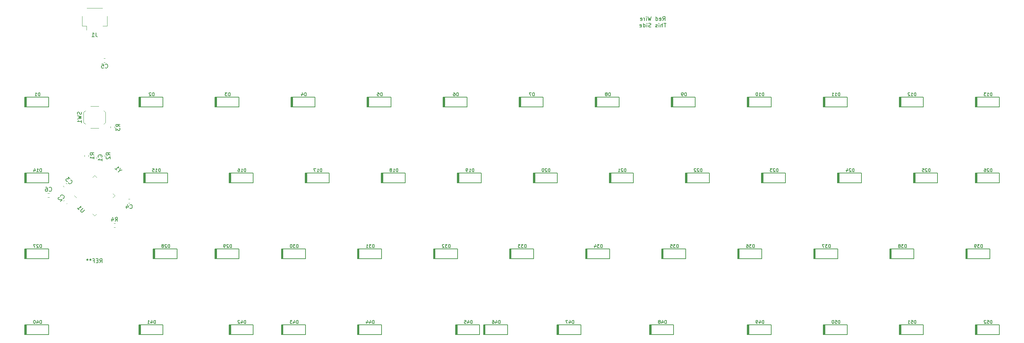
<source format=gbo>
G04 #@! TF.GenerationSoftware,KiCad,Pcbnew,(5.1.2)-1*
G04 #@! TF.CreationDate,2021-05-25T07:10:53-07:00*
G04 #@! TF.ProjectId,theboulevard,74686562-6f75-46c6-9576-6172642e6b69,rev?*
G04 #@! TF.SameCoordinates,Original*
G04 #@! TF.FileFunction,Legend,Bot*
G04 #@! TF.FilePolarity,Positive*
%FSLAX46Y46*%
G04 Gerber Fmt 4.6, Leading zero omitted, Abs format (unit mm)*
G04 Created by KiCad (PCBNEW (5.1.2)-1) date 2021-05-25 07:10:53*
%MOMM*%
%LPD*%
G04 APERTURE LIST*
%ADD10C,0.150000*%
%ADD11C,0.120000*%
%ADD12C,0.200000*%
G04 APERTURE END LIST*
D10*
X179075000Y-14717380D02*
X179408333Y-14241190D01*
X179646428Y-14717380D02*
X179646428Y-13717380D01*
X179265476Y-13717380D01*
X179170238Y-13765000D01*
X179122619Y-13812619D01*
X179075000Y-13907857D01*
X179075000Y-14050714D01*
X179122619Y-14145952D01*
X179170238Y-14193571D01*
X179265476Y-14241190D01*
X179646428Y-14241190D01*
X178265476Y-14669761D02*
X178360714Y-14717380D01*
X178551190Y-14717380D01*
X178646428Y-14669761D01*
X178694047Y-14574523D01*
X178694047Y-14193571D01*
X178646428Y-14098333D01*
X178551190Y-14050714D01*
X178360714Y-14050714D01*
X178265476Y-14098333D01*
X178217857Y-14193571D01*
X178217857Y-14288809D01*
X178694047Y-14384047D01*
X177360714Y-14717380D02*
X177360714Y-13717380D01*
X177360714Y-14669761D02*
X177455952Y-14717380D01*
X177646428Y-14717380D01*
X177741666Y-14669761D01*
X177789285Y-14622142D01*
X177836904Y-14526904D01*
X177836904Y-14241190D01*
X177789285Y-14145952D01*
X177741666Y-14098333D01*
X177646428Y-14050714D01*
X177455952Y-14050714D01*
X177360714Y-14098333D01*
X176217857Y-13717380D02*
X175979761Y-14717380D01*
X175789285Y-14003095D01*
X175598809Y-14717380D01*
X175360714Y-13717380D01*
X174979761Y-14717380D02*
X174979761Y-14050714D01*
X174979761Y-13717380D02*
X175027380Y-13765000D01*
X174979761Y-13812619D01*
X174932142Y-13765000D01*
X174979761Y-13717380D01*
X174979761Y-13812619D01*
X174503571Y-14717380D02*
X174503571Y-14050714D01*
X174503571Y-14241190D02*
X174455952Y-14145952D01*
X174408333Y-14098333D01*
X174313095Y-14050714D01*
X174217857Y-14050714D01*
X173503571Y-14669761D02*
X173598809Y-14717380D01*
X173789285Y-14717380D01*
X173884523Y-14669761D01*
X173932142Y-14574523D01*
X173932142Y-14193571D01*
X173884523Y-14098333D01*
X173789285Y-14050714D01*
X173598809Y-14050714D01*
X173503571Y-14098333D01*
X173455952Y-14193571D01*
X173455952Y-14288809D01*
X173932142Y-14384047D01*
X179932142Y-15367380D02*
X179360714Y-15367380D01*
X179646428Y-16367380D02*
X179646428Y-15367380D01*
X179027380Y-16367380D02*
X179027380Y-15367380D01*
X178598809Y-16367380D02*
X178598809Y-15843571D01*
X178646428Y-15748333D01*
X178741666Y-15700714D01*
X178884523Y-15700714D01*
X178979761Y-15748333D01*
X179027380Y-15795952D01*
X178122619Y-16367380D02*
X178122619Y-15700714D01*
X178122619Y-15367380D02*
X178170238Y-15415000D01*
X178122619Y-15462619D01*
X178075000Y-15415000D01*
X178122619Y-15367380D01*
X178122619Y-15462619D01*
X177694047Y-16319761D02*
X177598809Y-16367380D01*
X177408333Y-16367380D01*
X177313095Y-16319761D01*
X177265476Y-16224523D01*
X177265476Y-16176904D01*
X177313095Y-16081666D01*
X177408333Y-16034047D01*
X177551190Y-16034047D01*
X177646428Y-15986428D01*
X177694047Y-15891190D01*
X177694047Y-15843571D01*
X177646428Y-15748333D01*
X177551190Y-15700714D01*
X177408333Y-15700714D01*
X177313095Y-15748333D01*
X176122619Y-16319761D02*
X175979761Y-16367380D01*
X175741666Y-16367380D01*
X175646428Y-16319761D01*
X175598809Y-16272142D01*
X175551190Y-16176904D01*
X175551190Y-16081666D01*
X175598809Y-15986428D01*
X175646428Y-15938809D01*
X175741666Y-15891190D01*
X175932142Y-15843571D01*
X176027380Y-15795952D01*
X176075000Y-15748333D01*
X176122619Y-15653095D01*
X176122619Y-15557857D01*
X176075000Y-15462619D01*
X176027380Y-15415000D01*
X175932142Y-15367380D01*
X175694047Y-15367380D01*
X175551190Y-15415000D01*
X175122619Y-16367380D02*
X175122619Y-15700714D01*
X175122619Y-15367380D02*
X175170238Y-15415000D01*
X175122619Y-15462619D01*
X175075000Y-15415000D01*
X175122619Y-15367380D01*
X175122619Y-15462619D01*
X174217857Y-16367380D02*
X174217857Y-15367380D01*
X174217857Y-16319761D02*
X174313095Y-16367380D01*
X174503571Y-16367380D01*
X174598809Y-16319761D01*
X174646428Y-16272142D01*
X174694047Y-16176904D01*
X174694047Y-15891190D01*
X174646428Y-15795952D01*
X174598809Y-15748333D01*
X174503571Y-15700714D01*
X174313095Y-15700714D01*
X174217857Y-15748333D01*
X173360714Y-16319761D02*
X173455952Y-16367380D01*
X173646428Y-16367380D01*
X173741666Y-16319761D01*
X173789285Y-16224523D01*
X173789285Y-15843571D01*
X173741666Y-15748333D01*
X173646428Y-15700714D01*
X173455952Y-15700714D01*
X173360714Y-15748333D01*
X173313095Y-15843571D01*
X173313095Y-15938809D01*
X173789285Y-16034047D01*
D11*
X32154841Y-59167652D02*
X31642189Y-58655000D01*
X41852811Y-58655000D02*
X41340159Y-59167652D01*
X41340159Y-58142348D02*
X41852811Y-58655000D01*
X36747500Y-53549689D02*
X36234848Y-54062341D01*
X37260152Y-54062341D02*
X36747500Y-53549689D01*
X36747500Y-63760311D02*
X37260152Y-63247659D01*
X36234848Y-63247659D02*
X36747500Y-63760311D01*
X33997500Y-37750000D02*
X33997500Y-40250000D01*
X35747500Y-36250000D02*
X37747500Y-36250000D01*
X39497500Y-37750000D02*
X39497500Y-40250000D01*
X35747500Y-41750000D02*
X37747500Y-41750000D01*
X34447500Y-37300000D02*
X33997500Y-37750000D01*
X34447500Y-40700000D02*
X33997500Y-40250000D01*
X39047500Y-40700000D02*
X39497500Y-40250000D01*
X39047500Y-37300000D02*
X39497500Y-37750000D01*
X41896267Y-66585000D02*
X41553733Y-66585000D01*
X41896267Y-65565000D02*
X41553733Y-65565000D01*
X40715000Y-41671267D02*
X40715000Y-41328733D01*
X41735000Y-41671267D02*
X41735000Y-41328733D01*
X38237500Y-48826267D02*
X38237500Y-48483733D01*
X39257500Y-48826267D02*
X39257500Y-48483733D01*
X34237500Y-48826267D02*
X34237500Y-48483733D01*
X35257500Y-48826267D02*
X35257500Y-48483733D01*
X34807500Y-11625000D02*
X38687500Y-11625000D01*
X39857500Y-16095000D02*
X38807500Y-16095000D01*
X39857500Y-13595000D02*
X39857500Y-16095000D01*
X34687500Y-16095000D02*
X34687500Y-17085000D01*
X33637500Y-16095000D02*
X34687500Y-16095000D01*
X33637500Y-13595000D02*
X33637500Y-16095000D01*
D12*
X257385000Y-91110000D02*
X257385000Y-93510000D01*
X263385000Y-91110000D02*
X257385000Y-91110000D01*
X263385000Y-93510000D02*
X263385000Y-91110000D01*
X257385000Y-93510000D02*
X263385000Y-93510000D01*
X257660000Y-93510000D02*
X257660000Y-91110000D01*
X257785000Y-93510000D02*
X257785000Y-91110000D01*
X257510000Y-91110000D02*
X257510000Y-93510000D01*
X238335000Y-91110000D02*
X238335000Y-93510000D01*
X244335000Y-91110000D02*
X238335000Y-91110000D01*
X244335000Y-93510000D02*
X244335000Y-91110000D01*
X238335000Y-93510000D02*
X244335000Y-93510000D01*
X238610000Y-93510000D02*
X238610000Y-91110000D01*
X238735000Y-93510000D02*
X238735000Y-91110000D01*
X238460000Y-91110000D02*
X238460000Y-93510000D01*
X219285000Y-91110000D02*
X219285000Y-93510000D01*
X225285000Y-91110000D02*
X219285000Y-91110000D01*
X225285000Y-93510000D02*
X225285000Y-91110000D01*
X219285000Y-93510000D02*
X225285000Y-93510000D01*
X219560000Y-93510000D02*
X219560000Y-91110000D01*
X219685000Y-93510000D02*
X219685000Y-91110000D01*
X219410000Y-91110000D02*
X219410000Y-93510000D01*
X200235000Y-91110000D02*
X200235000Y-93510000D01*
X206235000Y-91110000D02*
X200235000Y-91110000D01*
X206235000Y-93510000D02*
X206235000Y-91110000D01*
X200235000Y-93510000D02*
X206235000Y-93510000D01*
X200510000Y-93510000D02*
X200510000Y-91110000D01*
X200635000Y-93510000D02*
X200635000Y-91110000D01*
X200360000Y-91110000D02*
X200360000Y-93510000D01*
X175803750Y-91110000D02*
X175803750Y-93510000D01*
X181803750Y-91110000D02*
X175803750Y-91110000D01*
X181803750Y-93510000D02*
X181803750Y-91110000D01*
X175803750Y-93510000D02*
X181803750Y-93510000D01*
X176078750Y-93510000D02*
X176078750Y-91110000D01*
X176203750Y-93510000D02*
X176203750Y-91110000D01*
X175928750Y-91110000D02*
X175928750Y-93510000D01*
X152610000Y-91110000D02*
X152610000Y-93510000D01*
X158610000Y-91110000D02*
X152610000Y-91110000D01*
X158610000Y-93510000D02*
X158610000Y-91110000D01*
X152610000Y-93510000D02*
X158610000Y-93510000D01*
X152885000Y-93510000D02*
X152885000Y-91110000D01*
X153010000Y-93510000D02*
X153010000Y-91110000D01*
X152735000Y-91110000D02*
X152735000Y-93510000D01*
X134178750Y-91110000D02*
X134178750Y-93510000D01*
X140178750Y-91110000D02*
X134178750Y-91110000D01*
X140178750Y-93510000D02*
X140178750Y-91110000D01*
X134178750Y-93510000D02*
X140178750Y-93510000D01*
X134453750Y-93510000D02*
X134453750Y-91110000D01*
X134578750Y-93510000D02*
X134578750Y-91110000D01*
X134303750Y-91110000D02*
X134303750Y-93510000D01*
X127178750Y-91110000D02*
X127178750Y-93510000D01*
X133178750Y-91110000D02*
X127178750Y-91110000D01*
X133178750Y-93510000D02*
X133178750Y-91110000D01*
X127178750Y-93510000D02*
X133178750Y-93510000D01*
X127453750Y-93510000D02*
X127453750Y-91110000D01*
X127578750Y-93510000D02*
X127578750Y-91110000D01*
X127303750Y-91110000D02*
X127303750Y-93510000D01*
X102603750Y-91110000D02*
X102603750Y-93510000D01*
X108603750Y-91110000D02*
X102603750Y-91110000D01*
X108603750Y-93510000D02*
X108603750Y-91110000D01*
X102603750Y-93510000D02*
X108603750Y-93510000D01*
X102878750Y-93510000D02*
X102878750Y-91110000D01*
X103003750Y-93510000D02*
X103003750Y-91110000D01*
X102728750Y-91110000D02*
X102728750Y-93510000D01*
X83553750Y-91110000D02*
X83553750Y-93510000D01*
X89553750Y-91110000D02*
X83553750Y-91110000D01*
X89553750Y-93510000D02*
X89553750Y-91110000D01*
X83553750Y-93510000D02*
X89553750Y-93510000D01*
X83828750Y-93510000D02*
X83828750Y-91110000D01*
X83953750Y-93510000D02*
X83953750Y-91110000D01*
X83678750Y-91110000D02*
X83678750Y-93510000D01*
X70456875Y-91110000D02*
X70456875Y-93510000D01*
X76456875Y-91110000D02*
X70456875Y-91110000D01*
X76456875Y-93510000D02*
X76456875Y-91110000D01*
X70456875Y-93510000D02*
X76456875Y-93510000D01*
X70731875Y-93510000D02*
X70731875Y-91110000D01*
X70856875Y-93510000D02*
X70856875Y-91110000D01*
X70581875Y-91110000D02*
X70581875Y-93510000D01*
X47835000Y-91110000D02*
X47835000Y-93510000D01*
X53835000Y-91110000D02*
X47835000Y-91110000D01*
X53835000Y-93510000D02*
X53835000Y-91110000D01*
X47835000Y-93510000D02*
X53835000Y-93510000D01*
X48110000Y-93510000D02*
X48110000Y-91110000D01*
X48235000Y-93510000D02*
X48235000Y-91110000D01*
X47960000Y-91110000D02*
X47960000Y-93510000D01*
X19260000Y-91110000D02*
X19260000Y-93510000D01*
X25260000Y-91110000D02*
X19260000Y-91110000D01*
X25260000Y-93510000D02*
X25260000Y-91110000D01*
X19260000Y-93510000D02*
X25260000Y-93510000D01*
X19535000Y-93510000D02*
X19535000Y-91110000D01*
X19660000Y-93510000D02*
X19660000Y-91110000D01*
X19385000Y-91110000D02*
X19385000Y-93510000D01*
X255003750Y-72060000D02*
X255003750Y-74460000D01*
X261003750Y-72060000D02*
X255003750Y-72060000D01*
X261003750Y-74460000D02*
X261003750Y-72060000D01*
X255003750Y-74460000D02*
X261003750Y-74460000D01*
X255278750Y-74460000D02*
X255278750Y-72060000D01*
X255403750Y-74460000D02*
X255403750Y-72060000D01*
X255128750Y-72060000D02*
X255128750Y-74460000D01*
X235953750Y-72060000D02*
X235953750Y-74460000D01*
X241953750Y-72060000D02*
X235953750Y-72060000D01*
X241953750Y-74460000D02*
X241953750Y-72060000D01*
X235953750Y-74460000D02*
X241953750Y-74460000D01*
X236228750Y-74460000D02*
X236228750Y-72060000D01*
X236353750Y-74460000D02*
X236353750Y-72060000D01*
X236078750Y-72060000D02*
X236078750Y-74460000D01*
X216903750Y-72060000D02*
X216903750Y-74460000D01*
X222903750Y-72060000D02*
X216903750Y-72060000D01*
X222903750Y-74460000D02*
X222903750Y-72060000D01*
X216903750Y-74460000D02*
X222903750Y-74460000D01*
X217178750Y-74460000D02*
X217178750Y-72060000D01*
X217303750Y-74460000D02*
X217303750Y-72060000D01*
X217028750Y-72060000D02*
X217028750Y-74460000D01*
X197853750Y-72060000D02*
X197853750Y-74460000D01*
X203853750Y-72060000D02*
X197853750Y-72060000D01*
X203853750Y-74460000D02*
X203853750Y-72060000D01*
X197853750Y-74460000D02*
X203853750Y-74460000D01*
X198128750Y-74460000D02*
X198128750Y-72060000D01*
X198253750Y-74460000D02*
X198253750Y-72060000D01*
X197978750Y-72060000D02*
X197978750Y-74460000D01*
X178803750Y-72060000D02*
X178803750Y-74460000D01*
X184803750Y-72060000D02*
X178803750Y-72060000D01*
X184803750Y-74460000D02*
X184803750Y-72060000D01*
X178803750Y-74460000D02*
X184803750Y-74460000D01*
X179078750Y-74460000D02*
X179078750Y-72060000D01*
X179203750Y-74460000D02*
X179203750Y-72060000D01*
X178928750Y-72060000D02*
X178928750Y-74460000D01*
X159753750Y-72060000D02*
X159753750Y-74460000D01*
X165753750Y-72060000D02*
X159753750Y-72060000D01*
X165753750Y-74460000D02*
X165753750Y-72060000D01*
X159753750Y-74460000D02*
X165753750Y-74460000D01*
X160028750Y-74460000D02*
X160028750Y-72060000D01*
X160153750Y-74460000D02*
X160153750Y-72060000D01*
X159878750Y-72060000D02*
X159878750Y-74460000D01*
X140703750Y-72060000D02*
X140703750Y-74460000D01*
X146703750Y-72060000D02*
X140703750Y-72060000D01*
X146703750Y-74460000D02*
X146703750Y-72060000D01*
X140703750Y-74460000D02*
X146703750Y-74460000D01*
X140978750Y-74460000D02*
X140978750Y-72060000D01*
X141103750Y-74460000D02*
X141103750Y-72060000D01*
X140828750Y-72060000D02*
X140828750Y-74460000D01*
X121653750Y-72060000D02*
X121653750Y-74460000D01*
X127653750Y-72060000D02*
X121653750Y-72060000D01*
X127653750Y-74460000D02*
X127653750Y-72060000D01*
X121653750Y-74460000D02*
X127653750Y-74460000D01*
X121928750Y-74460000D02*
X121928750Y-72060000D01*
X122053750Y-74460000D02*
X122053750Y-72060000D01*
X121778750Y-72060000D02*
X121778750Y-74460000D01*
X102603750Y-72060000D02*
X102603750Y-74460000D01*
X108603750Y-72060000D02*
X102603750Y-72060000D01*
X108603750Y-74460000D02*
X108603750Y-72060000D01*
X102603750Y-74460000D02*
X108603750Y-74460000D01*
X102878750Y-74460000D02*
X102878750Y-72060000D01*
X103003750Y-74460000D02*
X103003750Y-72060000D01*
X102728750Y-72060000D02*
X102728750Y-74460000D01*
X83553750Y-72060000D02*
X83553750Y-74460000D01*
X89553750Y-72060000D02*
X83553750Y-72060000D01*
X89553750Y-74460000D02*
X89553750Y-72060000D01*
X83553750Y-74460000D02*
X89553750Y-74460000D01*
X83828750Y-74460000D02*
X83828750Y-72060000D01*
X83953750Y-74460000D02*
X83953750Y-72060000D01*
X83678750Y-72060000D02*
X83678750Y-74460000D01*
X66885000Y-72060000D02*
X66885000Y-74460000D01*
X72885000Y-72060000D02*
X66885000Y-72060000D01*
X72885000Y-74460000D02*
X72885000Y-72060000D01*
X66885000Y-74460000D02*
X72885000Y-74460000D01*
X67160000Y-74460000D02*
X67160000Y-72060000D01*
X67285000Y-74460000D02*
X67285000Y-72060000D01*
X67010000Y-72060000D02*
X67010000Y-74460000D01*
X51406875Y-72060000D02*
X51406875Y-74460000D01*
X57406875Y-72060000D02*
X51406875Y-72060000D01*
X57406875Y-74460000D02*
X57406875Y-72060000D01*
X51406875Y-74460000D02*
X57406875Y-74460000D01*
X51681875Y-74460000D02*
X51681875Y-72060000D01*
X51806875Y-74460000D02*
X51806875Y-72060000D01*
X51531875Y-72060000D02*
X51531875Y-74460000D01*
X19260000Y-72060000D02*
X19260000Y-74460000D01*
X25260000Y-72060000D02*
X19260000Y-72060000D01*
X25260000Y-74460000D02*
X25260000Y-72060000D01*
X19260000Y-74460000D02*
X25260000Y-74460000D01*
X19535000Y-74460000D02*
X19535000Y-72060000D01*
X19660000Y-74460000D02*
X19660000Y-72060000D01*
X19385000Y-72060000D02*
X19385000Y-74460000D01*
X257385000Y-53010000D02*
X257385000Y-55410000D01*
X263385000Y-53010000D02*
X257385000Y-53010000D01*
X263385000Y-55410000D02*
X263385000Y-53010000D01*
X257385000Y-55410000D02*
X263385000Y-55410000D01*
X257660000Y-55410000D02*
X257660000Y-53010000D01*
X257785000Y-55410000D02*
X257785000Y-53010000D01*
X257510000Y-53010000D02*
X257510000Y-55410000D01*
X241906875Y-53010000D02*
X241906875Y-55410000D01*
X247906875Y-53010000D02*
X241906875Y-53010000D01*
X247906875Y-55410000D02*
X247906875Y-53010000D01*
X241906875Y-55410000D02*
X247906875Y-55410000D01*
X242181875Y-55410000D02*
X242181875Y-53010000D01*
X242306875Y-55410000D02*
X242306875Y-53010000D01*
X242031875Y-53010000D02*
X242031875Y-55410000D01*
X222856875Y-53010000D02*
X222856875Y-55410000D01*
X228856875Y-53010000D02*
X222856875Y-53010000D01*
X228856875Y-55410000D02*
X228856875Y-53010000D01*
X222856875Y-55410000D02*
X228856875Y-55410000D01*
X223131875Y-55410000D02*
X223131875Y-53010000D01*
X223256875Y-55410000D02*
X223256875Y-53010000D01*
X222981875Y-53010000D02*
X222981875Y-55410000D01*
X203806875Y-53010000D02*
X203806875Y-55410000D01*
X209806875Y-53010000D02*
X203806875Y-53010000D01*
X209806875Y-55410000D02*
X209806875Y-53010000D01*
X203806875Y-55410000D02*
X209806875Y-55410000D01*
X204081875Y-55410000D02*
X204081875Y-53010000D01*
X204206875Y-55410000D02*
X204206875Y-53010000D01*
X203931875Y-53010000D02*
X203931875Y-55410000D01*
X184756875Y-53010000D02*
X184756875Y-55410000D01*
X190756875Y-53010000D02*
X184756875Y-53010000D01*
X190756875Y-55410000D02*
X190756875Y-53010000D01*
X184756875Y-55410000D02*
X190756875Y-55410000D01*
X185031875Y-55410000D02*
X185031875Y-53010000D01*
X185156875Y-55410000D02*
X185156875Y-53010000D01*
X184881875Y-53010000D02*
X184881875Y-55410000D01*
X165706875Y-53010000D02*
X165706875Y-55410000D01*
X171706875Y-53010000D02*
X165706875Y-53010000D01*
X171706875Y-55410000D02*
X171706875Y-53010000D01*
X165706875Y-55410000D02*
X171706875Y-55410000D01*
X165981875Y-55410000D02*
X165981875Y-53010000D01*
X166106875Y-55410000D02*
X166106875Y-53010000D01*
X165831875Y-53010000D02*
X165831875Y-55410000D01*
X146656875Y-53010000D02*
X146656875Y-55410000D01*
X152656875Y-53010000D02*
X146656875Y-53010000D01*
X152656875Y-55410000D02*
X152656875Y-53010000D01*
X146656875Y-55410000D02*
X152656875Y-55410000D01*
X146931875Y-55410000D02*
X146931875Y-53010000D01*
X147056875Y-55410000D02*
X147056875Y-53010000D01*
X146781875Y-53010000D02*
X146781875Y-55410000D01*
X127606875Y-53010000D02*
X127606875Y-55410000D01*
X133606875Y-53010000D02*
X127606875Y-53010000D01*
X133606875Y-55410000D02*
X133606875Y-53010000D01*
X127606875Y-55410000D02*
X133606875Y-55410000D01*
X127881875Y-55410000D02*
X127881875Y-53010000D01*
X128006875Y-55410000D02*
X128006875Y-53010000D01*
X127731875Y-53010000D02*
X127731875Y-55410000D01*
X108556875Y-53010000D02*
X108556875Y-55410000D01*
X114556875Y-53010000D02*
X108556875Y-53010000D01*
X114556875Y-55410000D02*
X114556875Y-53010000D01*
X108556875Y-55410000D02*
X114556875Y-55410000D01*
X108831875Y-55410000D02*
X108831875Y-53010000D01*
X108956875Y-55410000D02*
X108956875Y-53010000D01*
X108681875Y-53010000D02*
X108681875Y-55410000D01*
X89506875Y-53010000D02*
X89506875Y-55410000D01*
X95506875Y-53010000D02*
X89506875Y-53010000D01*
X95506875Y-55410000D02*
X95506875Y-53010000D01*
X89506875Y-55410000D02*
X95506875Y-55410000D01*
X89781875Y-55410000D02*
X89781875Y-53010000D01*
X89906875Y-55410000D02*
X89906875Y-53010000D01*
X89631875Y-53010000D02*
X89631875Y-55410000D01*
X70456875Y-53010000D02*
X70456875Y-55410000D01*
X76456875Y-53010000D02*
X70456875Y-53010000D01*
X76456875Y-55410000D02*
X76456875Y-53010000D01*
X70456875Y-55410000D02*
X76456875Y-55410000D01*
X70731875Y-55410000D02*
X70731875Y-53010000D01*
X70856875Y-55410000D02*
X70856875Y-53010000D01*
X70581875Y-53010000D02*
X70581875Y-55410000D01*
X49025625Y-53010000D02*
X49025625Y-55410000D01*
X55025625Y-53010000D02*
X49025625Y-53010000D01*
X55025625Y-55410000D02*
X55025625Y-53010000D01*
X49025625Y-55410000D02*
X55025625Y-55410000D01*
X49300625Y-55410000D02*
X49300625Y-53010000D01*
X49425625Y-55410000D02*
X49425625Y-53010000D01*
X49150625Y-53010000D02*
X49150625Y-55410000D01*
X19260000Y-53010000D02*
X19260000Y-55410000D01*
X25260000Y-53010000D02*
X19260000Y-53010000D01*
X25260000Y-55410000D02*
X25260000Y-53010000D01*
X19260000Y-55410000D02*
X25260000Y-55410000D01*
X19535000Y-55410000D02*
X19535000Y-53010000D01*
X19660000Y-55410000D02*
X19660000Y-53010000D01*
X19385000Y-53010000D02*
X19385000Y-55410000D01*
X257385000Y-33960000D02*
X257385000Y-36360000D01*
X263385000Y-33960000D02*
X257385000Y-33960000D01*
X263385000Y-36360000D02*
X263385000Y-33960000D01*
X257385000Y-36360000D02*
X263385000Y-36360000D01*
X257660000Y-36360000D02*
X257660000Y-33960000D01*
X257785000Y-36360000D02*
X257785000Y-33960000D01*
X257510000Y-33960000D02*
X257510000Y-36360000D01*
X238335000Y-33960000D02*
X238335000Y-36360000D01*
X244335000Y-33960000D02*
X238335000Y-33960000D01*
X244335000Y-36360000D02*
X244335000Y-33960000D01*
X238335000Y-36360000D02*
X244335000Y-36360000D01*
X238610000Y-36360000D02*
X238610000Y-33960000D01*
X238735000Y-36360000D02*
X238735000Y-33960000D01*
X238460000Y-33960000D02*
X238460000Y-36360000D01*
X219285000Y-33960000D02*
X219285000Y-36360000D01*
X225285000Y-33960000D02*
X219285000Y-33960000D01*
X225285000Y-36360000D02*
X225285000Y-33960000D01*
X219285000Y-36360000D02*
X225285000Y-36360000D01*
X219560000Y-36360000D02*
X219560000Y-33960000D01*
X219685000Y-36360000D02*
X219685000Y-33960000D01*
X219410000Y-33960000D02*
X219410000Y-36360000D01*
X200235000Y-33960000D02*
X200235000Y-36360000D01*
X206235000Y-33960000D02*
X200235000Y-33960000D01*
X206235000Y-36360000D02*
X206235000Y-33960000D01*
X200235000Y-36360000D02*
X206235000Y-36360000D01*
X200510000Y-36360000D02*
X200510000Y-33960000D01*
X200635000Y-36360000D02*
X200635000Y-33960000D01*
X200360000Y-33960000D02*
X200360000Y-36360000D01*
X181185000Y-33960000D02*
X181185000Y-36360000D01*
X187185000Y-33960000D02*
X181185000Y-33960000D01*
X187185000Y-36360000D02*
X187185000Y-33960000D01*
X181185000Y-36360000D02*
X187185000Y-36360000D01*
X181460000Y-36360000D02*
X181460000Y-33960000D01*
X181585000Y-36360000D02*
X181585000Y-33960000D01*
X181310000Y-33960000D02*
X181310000Y-36360000D01*
X162135000Y-33960000D02*
X162135000Y-36360000D01*
X168135000Y-33960000D02*
X162135000Y-33960000D01*
X168135000Y-36360000D02*
X168135000Y-33960000D01*
X162135000Y-36360000D02*
X168135000Y-36360000D01*
X162410000Y-36360000D02*
X162410000Y-33960000D01*
X162535000Y-36360000D02*
X162535000Y-33960000D01*
X162260000Y-33960000D02*
X162260000Y-36360000D01*
X143085000Y-33960000D02*
X143085000Y-36360000D01*
X149085000Y-33960000D02*
X143085000Y-33960000D01*
X149085000Y-36360000D02*
X149085000Y-33960000D01*
X143085000Y-36360000D02*
X149085000Y-36360000D01*
X143360000Y-36360000D02*
X143360000Y-33960000D01*
X143485000Y-36360000D02*
X143485000Y-33960000D01*
X143210000Y-33960000D02*
X143210000Y-36360000D01*
X124035000Y-33960000D02*
X124035000Y-36360000D01*
X130035000Y-33960000D02*
X124035000Y-33960000D01*
X130035000Y-36360000D02*
X130035000Y-33960000D01*
X124035000Y-36360000D02*
X130035000Y-36360000D01*
X124310000Y-36360000D02*
X124310000Y-33960000D01*
X124435000Y-36360000D02*
X124435000Y-33960000D01*
X124160000Y-33960000D02*
X124160000Y-36360000D01*
X104985000Y-33960000D02*
X104985000Y-36360000D01*
X110985000Y-33960000D02*
X104985000Y-33960000D01*
X110985000Y-36360000D02*
X110985000Y-33960000D01*
X104985000Y-36360000D02*
X110985000Y-36360000D01*
X105260000Y-36360000D02*
X105260000Y-33960000D01*
X105385000Y-36360000D02*
X105385000Y-33960000D01*
X105110000Y-33960000D02*
X105110000Y-36360000D01*
X85935000Y-33960000D02*
X85935000Y-36360000D01*
X91935000Y-33960000D02*
X85935000Y-33960000D01*
X91935000Y-36360000D02*
X91935000Y-33960000D01*
X85935000Y-36360000D02*
X91935000Y-36360000D01*
X86210000Y-36360000D02*
X86210000Y-33960000D01*
X86335000Y-36360000D02*
X86335000Y-33960000D01*
X86060000Y-33960000D02*
X86060000Y-36360000D01*
X66885000Y-33960000D02*
X66885000Y-36360000D01*
X72885000Y-33960000D02*
X66885000Y-33960000D01*
X72885000Y-36360000D02*
X72885000Y-33960000D01*
X66885000Y-36360000D02*
X72885000Y-36360000D01*
X67160000Y-36360000D02*
X67160000Y-33960000D01*
X67285000Y-36360000D02*
X67285000Y-33960000D01*
X67010000Y-33960000D02*
X67010000Y-36360000D01*
X47835000Y-33960000D02*
X47835000Y-36360000D01*
X53835000Y-33960000D02*
X47835000Y-33960000D01*
X53835000Y-36360000D02*
X53835000Y-33960000D01*
X47835000Y-36360000D02*
X53835000Y-36360000D01*
X48110000Y-36360000D02*
X48110000Y-33960000D01*
X48235000Y-36360000D02*
X48235000Y-33960000D01*
X47960000Y-33960000D02*
X47960000Y-36360000D01*
X19260000Y-33960000D02*
X19260000Y-36360000D01*
X25260000Y-33960000D02*
X19260000Y-33960000D01*
X25260000Y-36360000D02*
X25260000Y-33960000D01*
X19260000Y-36360000D02*
X25260000Y-36360000D01*
X19535000Y-36360000D02*
X19535000Y-33960000D01*
X19660000Y-36360000D02*
X19660000Y-33960000D01*
X19385000Y-33960000D02*
X19385000Y-36360000D01*
D11*
X25371267Y-59060000D02*
X25028733Y-59060000D01*
X25371267Y-58040000D02*
X25028733Y-58040000D01*
X39078733Y-24240000D02*
X39421267Y-24240000D01*
X39078733Y-25260000D02*
X39421267Y-25260000D01*
X45228733Y-59515000D02*
X45571267Y-59515000D01*
X45228733Y-60535000D02*
X45571267Y-60535000D01*
X29085480Y-56456729D02*
X28843271Y-56214520D01*
X29806729Y-55735480D02*
X29564520Y-55493271D01*
X29931729Y-60489520D02*
X29689520Y-60731729D01*
X29210480Y-59768271D02*
X28968271Y-60010480D01*
X36237500Y-49346267D02*
X36237500Y-49003733D01*
X37257500Y-49346267D02*
X37257500Y-49003733D01*
D10*
X38033333Y-75502380D02*
X38366666Y-75026190D01*
X38604761Y-75502380D02*
X38604761Y-74502380D01*
X38223809Y-74502380D01*
X38128571Y-74550000D01*
X38080952Y-74597619D01*
X38033333Y-74692857D01*
X38033333Y-74835714D01*
X38080952Y-74930952D01*
X38128571Y-74978571D01*
X38223809Y-75026190D01*
X38604761Y-75026190D01*
X37604761Y-74978571D02*
X37271428Y-74978571D01*
X37128571Y-75502380D02*
X37604761Y-75502380D01*
X37604761Y-74502380D01*
X37128571Y-74502380D01*
X36366666Y-74978571D02*
X36700000Y-74978571D01*
X36700000Y-75502380D02*
X36700000Y-74502380D01*
X36223809Y-74502380D01*
X35700000Y-74502380D02*
X35700000Y-74740476D01*
X35938095Y-74645238D02*
X35700000Y-74740476D01*
X35461904Y-74645238D01*
X35842857Y-74930952D02*
X35700000Y-74740476D01*
X35557142Y-74930952D01*
X34938095Y-74502380D02*
X34938095Y-74740476D01*
X35176190Y-74645238D02*
X34938095Y-74740476D01*
X34700000Y-74645238D01*
X35080952Y-74930952D02*
X34938095Y-74740476D01*
X34795238Y-74930952D01*
X43032106Y-52366328D02*
X42695388Y-52703046D01*
X43638197Y-52231641D02*
X43032106Y-52366328D01*
X43166793Y-51760237D01*
X41853595Y-51861252D02*
X42257656Y-52265313D01*
X42055625Y-52063282D02*
X42762732Y-51356176D01*
X42729060Y-51524534D01*
X42729060Y-51659221D01*
X42762732Y-51760237D01*
X34265218Y-62214777D02*
X33692798Y-62787197D01*
X33591783Y-62820869D01*
X33524439Y-62820869D01*
X33423424Y-62787197D01*
X33288737Y-62652510D01*
X33255065Y-62551495D01*
X33255065Y-62484151D01*
X33288737Y-62383136D01*
X33861157Y-61810716D01*
X32446943Y-61810716D02*
X32851004Y-62214777D01*
X32648974Y-62012747D02*
X33356080Y-61305640D01*
X33322409Y-61473999D01*
X33322409Y-61608686D01*
X33356080Y-61709701D01*
X33402261Y-37666666D02*
X33449880Y-37809523D01*
X33449880Y-38047619D01*
X33402261Y-38142857D01*
X33354642Y-38190476D01*
X33259404Y-38238095D01*
X33164166Y-38238095D01*
X33068928Y-38190476D01*
X33021309Y-38142857D01*
X32973690Y-38047619D01*
X32926071Y-37857142D01*
X32878452Y-37761904D01*
X32830833Y-37714285D01*
X32735595Y-37666666D01*
X32640357Y-37666666D01*
X32545119Y-37714285D01*
X32497500Y-37761904D01*
X32449880Y-37857142D01*
X32449880Y-38095238D01*
X32497500Y-38238095D01*
X32449880Y-38571428D02*
X33449880Y-38809523D01*
X32735595Y-39000000D01*
X33449880Y-39190476D01*
X32449880Y-39428571D01*
X33449880Y-40333333D02*
X33449880Y-39761904D01*
X33449880Y-40047619D02*
X32449880Y-40047619D01*
X32592738Y-39952380D01*
X32687976Y-39857142D01*
X32735595Y-39761904D01*
X41891666Y-65097380D02*
X42225000Y-64621190D01*
X42463095Y-65097380D02*
X42463095Y-64097380D01*
X42082142Y-64097380D01*
X41986904Y-64145000D01*
X41939285Y-64192619D01*
X41891666Y-64287857D01*
X41891666Y-64430714D01*
X41939285Y-64525952D01*
X41986904Y-64573571D01*
X42082142Y-64621190D01*
X42463095Y-64621190D01*
X41034523Y-64430714D02*
X41034523Y-65097380D01*
X41272619Y-64049761D02*
X41510714Y-64764047D01*
X40891666Y-64764047D01*
X43107380Y-41333333D02*
X42631190Y-41000000D01*
X43107380Y-40761904D02*
X42107380Y-40761904D01*
X42107380Y-41142857D01*
X42155000Y-41238095D01*
X42202619Y-41285714D01*
X42297857Y-41333333D01*
X42440714Y-41333333D01*
X42535952Y-41285714D01*
X42583571Y-41238095D01*
X42631190Y-41142857D01*
X42631190Y-40761904D01*
X42107380Y-41666666D02*
X42107380Y-42285714D01*
X42488333Y-41952380D01*
X42488333Y-42095238D01*
X42535952Y-42190476D01*
X42583571Y-42238095D01*
X42678809Y-42285714D01*
X42916904Y-42285714D01*
X43012142Y-42238095D01*
X43059761Y-42190476D01*
X43107380Y-42095238D01*
X43107380Y-41809523D01*
X43059761Y-41714285D01*
X43012142Y-41666666D01*
X40629880Y-48488333D02*
X40153690Y-48155000D01*
X40629880Y-47916904D02*
X39629880Y-47916904D01*
X39629880Y-48297857D01*
X39677500Y-48393095D01*
X39725119Y-48440714D01*
X39820357Y-48488333D01*
X39963214Y-48488333D01*
X40058452Y-48440714D01*
X40106071Y-48393095D01*
X40153690Y-48297857D01*
X40153690Y-47916904D01*
X39725119Y-48869285D02*
X39677500Y-48916904D01*
X39629880Y-49012142D01*
X39629880Y-49250238D01*
X39677500Y-49345476D01*
X39725119Y-49393095D01*
X39820357Y-49440714D01*
X39915595Y-49440714D01*
X40058452Y-49393095D01*
X40629880Y-48821666D01*
X40629880Y-49440714D01*
X36629880Y-48488333D02*
X36153690Y-48155000D01*
X36629880Y-47916904D02*
X35629880Y-47916904D01*
X35629880Y-48297857D01*
X35677500Y-48393095D01*
X35725119Y-48440714D01*
X35820357Y-48488333D01*
X35963214Y-48488333D01*
X36058452Y-48440714D01*
X36106071Y-48393095D01*
X36153690Y-48297857D01*
X36153690Y-47916904D01*
X36629880Y-49440714D02*
X36629880Y-48869285D01*
X36629880Y-49155000D02*
X35629880Y-49155000D01*
X35772738Y-49059761D01*
X35867976Y-48964523D01*
X35915595Y-48869285D01*
X37080833Y-17742380D02*
X37080833Y-18456666D01*
X37128452Y-18599523D01*
X37223690Y-18694761D01*
X37366547Y-18742380D01*
X37461785Y-18742380D01*
X36080833Y-18742380D02*
X36652261Y-18742380D01*
X36366547Y-18742380D02*
X36366547Y-17742380D01*
X36461785Y-17885238D01*
X36557023Y-17980476D01*
X36652261Y-18028095D01*
X261556428Y-90746904D02*
X261556428Y-89946904D01*
X261365952Y-89946904D01*
X261251666Y-89985000D01*
X261175476Y-90061190D01*
X261137380Y-90137380D01*
X261099285Y-90289761D01*
X261099285Y-90404047D01*
X261137380Y-90556428D01*
X261175476Y-90632619D01*
X261251666Y-90708809D01*
X261365952Y-90746904D01*
X261556428Y-90746904D01*
X260375476Y-89946904D02*
X260756428Y-89946904D01*
X260794523Y-90327857D01*
X260756428Y-90289761D01*
X260680238Y-90251666D01*
X260489761Y-90251666D01*
X260413571Y-90289761D01*
X260375476Y-90327857D01*
X260337380Y-90404047D01*
X260337380Y-90594523D01*
X260375476Y-90670714D01*
X260413571Y-90708809D01*
X260489761Y-90746904D01*
X260680238Y-90746904D01*
X260756428Y-90708809D01*
X260794523Y-90670714D01*
X260032619Y-90023095D02*
X259994523Y-89985000D01*
X259918333Y-89946904D01*
X259727857Y-89946904D01*
X259651666Y-89985000D01*
X259613571Y-90023095D01*
X259575476Y-90099285D01*
X259575476Y-90175476D01*
X259613571Y-90289761D01*
X260070714Y-90746904D01*
X259575476Y-90746904D01*
X242506428Y-90746904D02*
X242506428Y-89946904D01*
X242315952Y-89946904D01*
X242201666Y-89985000D01*
X242125476Y-90061190D01*
X242087380Y-90137380D01*
X242049285Y-90289761D01*
X242049285Y-90404047D01*
X242087380Y-90556428D01*
X242125476Y-90632619D01*
X242201666Y-90708809D01*
X242315952Y-90746904D01*
X242506428Y-90746904D01*
X241325476Y-89946904D02*
X241706428Y-89946904D01*
X241744523Y-90327857D01*
X241706428Y-90289761D01*
X241630238Y-90251666D01*
X241439761Y-90251666D01*
X241363571Y-90289761D01*
X241325476Y-90327857D01*
X241287380Y-90404047D01*
X241287380Y-90594523D01*
X241325476Y-90670714D01*
X241363571Y-90708809D01*
X241439761Y-90746904D01*
X241630238Y-90746904D01*
X241706428Y-90708809D01*
X241744523Y-90670714D01*
X240525476Y-90746904D02*
X240982619Y-90746904D01*
X240754047Y-90746904D02*
X240754047Y-89946904D01*
X240830238Y-90061190D01*
X240906428Y-90137380D01*
X240982619Y-90175476D01*
X223456428Y-90746904D02*
X223456428Y-89946904D01*
X223265952Y-89946904D01*
X223151666Y-89985000D01*
X223075476Y-90061190D01*
X223037380Y-90137380D01*
X222999285Y-90289761D01*
X222999285Y-90404047D01*
X223037380Y-90556428D01*
X223075476Y-90632619D01*
X223151666Y-90708809D01*
X223265952Y-90746904D01*
X223456428Y-90746904D01*
X222275476Y-89946904D02*
X222656428Y-89946904D01*
X222694523Y-90327857D01*
X222656428Y-90289761D01*
X222580238Y-90251666D01*
X222389761Y-90251666D01*
X222313571Y-90289761D01*
X222275476Y-90327857D01*
X222237380Y-90404047D01*
X222237380Y-90594523D01*
X222275476Y-90670714D01*
X222313571Y-90708809D01*
X222389761Y-90746904D01*
X222580238Y-90746904D01*
X222656428Y-90708809D01*
X222694523Y-90670714D01*
X221742142Y-89946904D02*
X221665952Y-89946904D01*
X221589761Y-89985000D01*
X221551666Y-90023095D01*
X221513571Y-90099285D01*
X221475476Y-90251666D01*
X221475476Y-90442142D01*
X221513571Y-90594523D01*
X221551666Y-90670714D01*
X221589761Y-90708809D01*
X221665952Y-90746904D01*
X221742142Y-90746904D01*
X221818333Y-90708809D01*
X221856428Y-90670714D01*
X221894523Y-90594523D01*
X221932619Y-90442142D01*
X221932619Y-90251666D01*
X221894523Y-90099285D01*
X221856428Y-90023095D01*
X221818333Y-89985000D01*
X221742142Y-89946904D01*
X204406428Y-90746904D02*
X204406428Y-89946904D01*
X204215952Y-89946904D01*
X204101666Y-89985000D01*
X204025476Y-90061190D01*
X203987380Y-90137380D01*
X203949285Y-90289761D01*
X203949285Y-90404047D01*
X203987380Y-90556428D01*
X204025476Y-90632619D01*
X204101666Y-90708809D01*
X204215952Y-90746904D01*
X204406428Y-90746904D01*
X203263571Y-90213571D02*
X203263571Y-90746904D01*
X203454047Y-89908809D02*
X203644523Y-90480238D01*
X203149285Y-90480238D01*
X202806428Y-90746904D02*
X202654047Y-90746904D01*
X202577857Y-90708809D01*
X202539761Y-90670714D01*
X202463571Y-90556428D01*
X202425476Y-90404047D01*
X202425476Y-90099285D01*
X202463571Y-90023095D01*
X202501666Y-89985000D01*
X202577857Y-89946904D01*
X202730238Y-89946904D01*
X202806428Y-89985000D01*
X202844523Y-90023095D01*
X202882619Y-90099285D01*
X202882619Y-90289761D01*
X202844523Y-90365952D01*
X202806428Y-90404047D01*
X202730238Y-90442142D01*
X202577857Y-90442142D01*
X202501666Y-90404047D01*
X202463571Y-90365952D01*
X202425476Y-90289761D01*
X179975178Y-90746904D02*
X179975178Y-89946904D01*
X179784702Y-89946904D01*
X179670416Y-89985000D01*
X179594226Y-90061190D01*
X179556130Y-90137380D01*
X179518035Y-90289761D01*
X179518035Y-90404047D01*
X179556130Y-90556428D01*
X179594226Y-90632619D01*
X179670416Y-90708809D01*
X179784702Y-90746904D01*
X179975178Y-90746904D01*
X178832321Y-90213571D02*
X178832321Y-90746904D01*
X179022797Y-89908809D02*
X179213273Y-90480238D01*
X178718035Y-90480238D01*
X178298988Y-90289761D02*
X178375178Y-90251666D01*
X178413273Y-90213571D01*
X178451369Y-90137380D01*
X178451369Y-90099285D01*
X178413273Y-90023095D01*
X178375178Y-89985000D01*
X178298988Y-89946904D01*
X178146607Y-89946904D01*
X178070416Y-89985000D01*
X178032321Y-90023095D01*
X177994226Y-90099285D01*
X177994226Y-90137380D01*
X178032321Y-90213571D01*
X178070416Y-90251666D01*
X178146607Y-90289761D01*
X178298988Y-90289761D01*
X178375178Y-90327857D01*
X178413273Y-90365952D01*
X178451369Y-90442142D01*
X178451369Y-90594523D01*
X178413273Y-90670714D01*
X178375178Y-90708809D01*
X178298988Y-90746904D01*
X178146607Y-90746904D01*
X178070416Y-90708809D01*
X178032321Y-90670714D01*
X177994226Y-90594523D01*
X177994226Y-90442142D01*
X178032321Y-90365952D01*
X178070416Y-90327857D01*
X178146607Y-90289761D01*
X156781428Y-90746904D02*
X156781428Y-89946904D01*
X156590952Y-89946904D01*
X156476666Y-89985000D01*
X156400476Y-90061190D01*
X156362380Y-90137380D01*
X156324285Y-90289761D01*
X156324285Y-90404047D01*
X156362380Y-90556428D01*
X156400476Y-90632619D01*
X156476666Y-90708809D01*
X156590952Y-90746904D01*
X156781428Y-90746904D01*
X155638571Y-90213571D02*
X155638571Y-90746904D01*
X155829047Y-89908809D02*
X156019523Y-90480238D01*
X155524285Y-90480238D01*
X155295714Y-89946904D02*
X154762380Y-89946904D01*
X155105238Y-90746904D01*
X138350178Y-90746904D02*
X138350178Y-89946904D01*
X138159702Y-89946904D01*
X138045416Y-89985000D01*
X137969226Y-90061190D01*
X137931130Y-90137380D01*
X137893035Y-90289761D01*
X137893035Y-90404047D01*
X137931130Y-90556428D01*
X137969226Y-90632619D01*
X138045416Y-90708809D01*
X138159702Y-90746904D01*
X138350178Y-90746904D01*
X137207321Y-90213571D02*
X137207321Y-90746904D01*
X137397797Y-89908809D02*
X137588273Y-90480238D01*
X137093035Y-90480238D01*
X136445416Y-89946904D02*
X136597797Y-89946904D01*
X136673988Y-89985000D01*
X136712083Y-90023095D01*
X136788273Y-90137380D01*
X136826369Y-90289761D01*
X136826369Y-90594523D01*
X136788273Y-90670714D01*
X136750178Y-90708809D01*
X136673988Y-90746904D01*
X136521607Y-90746904D01*
X136445416Y-90708809D01*
X136407321Y-90670714D01*
X136369226Y-90594523D01*
X136369226Y-90404047D01*
X136407321Y-90327857D01*
X136445416Y-90289761D01*
X136521607Y-90251666D01*
X136673988Y-90251666D01*
X136750178Y-90289761D01*
X136788273Y-90327857D01*
X136826369Y-90404047D01*
X131350178Y-90746904D02*
X131350178Y-89946904D01*
X131159702Y-89946904D01*
X131045416Y-89985000D01*
X130969226Y-90061190D01*
X130931130Y-90137380D01*
X130893035Y-90289761D01*
X130893035Y-90404047D01*
X130931130Y-90556428D01*
X130969226Y-90632619D01*
X131045416Y-90708809D01*
X131159702Y-90746904D01*
X131350178Y-90746904D01*
X130207321Y-90213571D02*
X130207321Y-90746904D01*
X130397797Y-89908809D02*
X130588273Y-90480238D01*
X130093035Y-90480238D01*
X129407321Y-89946904D02*
X129788273Y-89946904D01*
X129826369Y-90327857D01*
X129788273Y-90289761D01*
X129712083Y-90251666D01*
X129521607Y-90251666D01*
X129445416Y-90289761D01*
X129407321Y-90327857D01*
X129369226Y-90404047D01*
X129369226Y-90594523D01*
X129407321Y-90670714D01*
X129445416Y-90708809D01*
X129521607Y-90746904D01*
X129712083Y-90746904D01*
X129788273Y-90708809D01*
X129826369Y-90670714D01*
X106775178Y-90746904D02*
X106775178Y-89946904D01*
X106584702Y-89946904D01*
X106470416Y-89985000D01*
X106394226Y-90061190D01*
X106356130Y-90137380D01*
X106318035Y-90289761D01*
X106318035Y-90404047D01*
X106356130Y-90556428D01*
X106394226Y-90632619D01*
X106470416Y-90708809D01*
X106584702Y-90746904D01*
X106775178Y-90746904D01*
X105632321Y-90213571D02*
X105632321Y-90746904D01*
X105822797Y-89908809D02*
X106013273Y-90480238D01*
X105518035Y-90480238D01*
X104870416Y-90213571D02*
X104870416Y-90746904D01*
X105060892Y-89908809D02*
X105251369Y-90480238D01*
X104756130Y-90480238D01*
X87725178Y-90746904D02*
X87725178Y-89946904D01*
X87534702Y-89946904D01*
X87420416Y-89985000D01*
X87344226Y-90061190D01*
X87306130Y-90137380D01*
X87268035Y-90289761D01*
X87268035Y-90404047D01*
X87306130Y-90556428D01*
X87344226Y-90632619D01*
X87420416Y-90708809D01*
X87534702Y-90746904D01*
X87725178Y-90746904D01*
X86582321Y-90213571D02*
X86582321Y-90746904D01*
X86772797Y-89908809D02*
X86963273Y-90480238D01*
X86468035Y-90480238D01*
X86239464Y-89946904D02*
X85744226Y-89946904D01*
X86010892Y-90251666D01*
X85896607Y-90251666D01*
X85820416Y-90289761D01*
X85782321Y-90327857D01*
X85744226Y-90404047D01*
X85744226Y-90594523D01*
X85782321Y-90670714D01*
X85820416Y-90708809D01*
X85896607Y-90746904D01*
X86125178Y-90746904D01*
X86201369Y-90708809D01*
X86239464Y-90670714D01*
X74628303Y-90746904D02*
X74628303Y-89946904D01*
X74437827Y-89946904D01*
X74323541Y-89985000D01*
X74247351Y-90061190D01*
X74209255Y-90137380D01*
X74171160Y-90289761D01*
X74171160Y-90404047D01*
X74209255Y-90556428D01*
X74247351Y-90632619D01*
X74323541Y-90708809D01*
X74437827Y-90746904D01*
X74628303Y-90746904D01*
X73485446Y-90213571D02*
X73485446Y-90746904D01*
X73675922Y-89908809D02*
X73866398Y-90480238D01*
X73371160Y-90480238D01*
X73104494Y-90023095D02*
X73066398Y-89985000D01*
X72990208Y-89946904D01*
X72799732Y-89946904D01*
X72723541Y-89985000D01*
X72685446Y-90023095D01*
X72647351Y-90099285D01*
X72647351Y-90175476D01*
X72685446Y-90289761D01*
X73142589Y-90746904D01*
X72647351Y-90746904D01*
X52006428Y-90746904D02*
X52006428Y-89946904D01*
X51815952Y-89946904D01*
X51701666Y-89985000D01*
X51625476Y-90061190D01*
X51587380Y-90137380D01*
X51549285Y-90289761D01*
X51549285Y-90404047D01*
X51587380Y-90556428D01*
X51625476Y-90632619D01*
X51701666Y-90708809D01*
X51815952Y-90746904D01*
X52006428Y-90746904D01*
X50863571Y-90213571D02*
X50863571Y-90746904D01*
X51054047Y-89908809D02*
X51244523Y-90480238D01*
X50749285Y-90480238D01*
X50025476Y-90746904D02*
X50482619Y-90746904D01*
X50254047Y-90746904D02*
X50254047Y-89946904D01*
X50330238Y-90061190D01*
X50406428Y-90137380D01*
X50482619Y-90175476D01*
X23431428Y-90746904D02*
X23431428Y-89946904D01*
X23240952Y-89946904D01*
X23126666Y-89985000D01*
X23050476Y-90061190D01*
X23012380Y-90137380D01*
X22974285Y-90289761D01*
X22974285Y-90404047D01*
X23012380Y-90556428D01*
X23050476Y-90632619D01*
X23126666Y-90708809D01*
X23240952Y-90746904D01*
X23431428Y-90746904D01*
X22288571Y-90213571D02*
X22288571Y-90746904D01*
X22479047Y-89908809D02*
X22669523Y-90480238D01*
X22174285Y-90480238D01*
X21717142Y-89946904D02*
X21640952Y-89946904D01*
X21564761Y-89985000D01*
X21526666Y-90023095D01*
X21488571Y-90099285D01*
X21450476Y-90251666D01*
X21450476Y-90442142D01*
X21488571Y-90594523D01*
X21526666Y-90670714D01*
X21564761Y-90708809D01*
X21640952Y-90746904D01*
X21717142Y-90746904D01*
X21793333Y-90708809D01*
X21831428Y-90670714D01*
X21869523Y-90594523D01*
X21907619Y-90442142D01*
X21907619Y-90251666D01*
X21869523Y-90099285D01*
X21831428Y-90023095D01*
X21793333Y-89985000D01*
X21717142Y-89946904D01*
X259175178Y-71696904D02*
X259175178Y-70896904D01*
X258984702Y-70896904D01*
X258870416Y-70935000D01*
X258794226Y-71011190D01*
X258756130Y-71087380D01*
X258718035Y-71239761D01*
X258718035Y-71354047D01*
X258756130Y-71506428D01*
X258794226Y-71582619D01*
X258870416Y-71658809D01*
X258984702Y-71696904D01*
X259175178Y-71696904D01*
X258451369Y-70896904D02*
X257956130Y-70896904D01*
X258222797Y-71201666D01*
X258108511Y-71201666D01*
X258032321Y-71239761D01*
X257994226Y-71277857D01*
X257956130Y-71354047D01*
X257956130Y-71544523D01*
X257994226Y-71620714D01*
X258032321Y-71658809D01*
X258108511Y-71696904D01*
X258337083Y-71696904D01*
X258413273Y-71658809D01*
X258451369Y-71620714D01*
X257575178Y-71696904D02*
X257422797Y-71696904D01*
X257346607Y-71658809D01*
X257308511Y-71620714D01*
X257232321Y-71506428D01*
X257194226Y-71354047D01*
X257194226Y-71049285D01*
X257232321Y-70973095D01*
X257270416Y-70935000D01*
X257346607Y-70896904D01*
X257498988Y-70896904D01*
X257575178Y-70935000D01*
X257613273Y-70973095D01*
X257651369Y-71049285D01*
X257651369Y-71239761D01*
X257613273Y-71315952D01*
X257575178Y-71354047D01*
X257498988Y-71392142D01*
X257346607Y-71392142D01*
X257270416Y-71354047D01*
X257232321Y-71315952D01*
X257194226Y-71239761D01*
X240125178Y-71696904D02*
X240125178Y-70896904D01*
X239934702Y-70896904D01*
X239820416Y-70935000D01*
X239744226Y-71011190D01*
X239706130Y-71087380D01*
X239668035Y-71239761D01*
X239668035Y-71354047D01*
X239706130Y-71506428D01*
X239744226Y-71582619D01*
X239820416Y-71658809D01*
X239934702Y-71696904D01*
X240125178Y-71696904D01*
X239401369Y-70896904D02*
X238906130Y-70896904D01*
X239172797Y-71201666D01*
X239058511Y-71201666D01*
X238982321Y-71239761D01*
X238944226Y-71277857D01*
X238906130Y-71354047D01*
X238906130Y-71544523D01*
X238944226Y-71620714D01*
X238982321Y-71658809D01*
X239058511Y-71696904D01*
X239287083Y-71696904D01*
X239363273Y-71658809D01*
X239401369Y-71620714D01*
X238448988Y-71239761D02*
X238525178Y-71201666D01*
X238563273Y-71163571D01*
X238601369Y-71087380D01*
X238601369Y-71049285D01*
X238563273Y-70973095D01*
X238525178Y-70935000D01*
X238448988Y-70896904D01*
X238296607Y-70896904D01*
X238220416Y-70935000D01*
X238182321Y-70973095D01*
X238144226Y-71049285D01*
X238144226Y-71087380D01*
X238182321Y-71163571D01*
X238220416Y-71201666D01*
X238296607Y-71239761D01*
X238448988Y-71239761D01*
X238525178Y-71277857D01*
X238563273Y-71315952D01*
X238601369Y-71392142D01*
X238601369Y-71544523D01*
X238563273Y-71620714D01*
X238525178Y-71658809D01*
X238448988Y-71696904D01*
X238296607Y-71696904D01*
X238220416Y-71658809D01*
X238182321Y-71620714D01*
X238144226Y-71544523D01*
X238144226Y-71392142D01*
X238182321Y-71315952D01*
X238220416Y-71277857D01*
X238296607Y-71239761D01*
X221075178Y-71696904D02*
X221075178Y-70896904D01*
X220884702Y-70896904D01*
X220770416Y-70935000D01*
X220694226Y-71011190D01*
X220656130Y-71087380D01*
X220618035Y-71239761D01*
X220618035Y-71354047D01*
X220656130Y-71506428D01*
X220694226Y-71582619D01*
X220770416Y-71658809D01*
X220884702Y-71696904D01*
X221075178Y-71696904D01*
X220351369Y-70896904D02*
X219856130Y-70896904D01*
X220122797Y-71201666D01*
X220008511Y-71201666D01*
X219932321Y-71239761D01*
X219894226Y-71277857D01*
X219856130Y-71354047D01*
X219856130Y-71544523D01*
X219894226Y-71620714D01*
X219932321Y-71658809D01*
X220008511Y-71696904D01*
X220237083Y-71696904D01*
X220313273Y-71658809D01*
X220351369Y-71620714D01*
X219589464Y-70896904D02*
X219056130Y-70896904D01*
X219398988Y-71696904D01*
X202025178Y-71696904D02*
X202025178Y-70896904D01*
X201834702Y-70896904D01*
X201720416Y-70935000D01*
X201644226Y-71011190D01*
X201606130Y-71087380D01*
X201568035Y-71239761D01*
X201568035Y-71354047D01*
X201606130Y-71506428D01*
X201644226Y-71582619D01*
X201720416Y-71658809D01*
X201834702Y-71696904D01*
X202025178Y-71696904D01*
X201301369Y-70896904D02*
X200806130Y-70896904D01*
X201072797Y-71201666D01*
X200958511Y-71201666D01*
X200882321Y-71239761D01*
X200844226Y-71277857D01*
X200806130Y-71354047D01*
X200806130Y-71544523D01*
X200844226Y-71620714D01*
X200882321Y-71658809D01*
X200958511Y-71696904D01*
X201187083Y-71696904D01*
X201263273Y-71658809D01*
X201301369Y-71620714D01*
X200120416Y-70896904D02*
X200272797Y-70896904D01*
X200348988Y-70935000D01*
X200387083Y-70973095D01*
X200463273Y-71087380D01*
X200501369Y-71239761D01*
X200501369Y-71544523D01*
X200463273Y-71620714D01*
X200425178Y-71658809D01*
X200348988Y-71696904D01*
X200196607Y-71696904D01*
X200120416Y-71658809D01*
X200082321Y-71620714D01*
X200044226Y-71544523D01*
X200044226Y-71354047D01*
X200082321Y-71277857D01*
X200120416Y-71239761D01*
X200196607Y-71201666D01*
X200348988Y-71201666D01*
X200425178Y-71239761D01*
X200463273Y-71277857D01*
X200501369Y-71354047D01*
X182975178Y-71696904D02*
X182975178Y-70896904D01*
X182784702Y-70896904D01*
X182670416Y-70935000D01*
X182594226Y-71011190D01*
X182556130Y-71087380D01*
X182518035Y-71239761D01*
X182518035Y-71354047D01*
X182556130Y-71506428D01*
X182594226Y-71582619D01*
X182670416Y-71658809D01*
X182784702Y-71696904D01*
X182975178Y-71696904D01*
X182251369Y-70896904D02*
X181756130Y-70896904D01*
X182022797Y-71201666D01*
X181908511Y-71201666D01*
X181832321Y-71239761D01*
X181794226Y-71277857D01*
X181756130Y-71354047D01*
X181756130Y-71544523D01*
X181794226Y-71620714D01*
X181832321Y-71658809D01*
X181908511Y-71696904D01*
X182137083Y-71696904D01*
X182213273Y-71658809D01*
X182251369Y-71620714D01*
X181032321Y-70896904D02*
X181413273Y-70896904D01*
X181451369Y-71277857D01*
X181413273Y-71239761D01*
X181337083Y-71201666D01*
X181146607Y-71201666D01*
X181070416Y-71239761D01*
X181032321Y-71277857D01*
X180994226Y-71354047D01*
X180994226Y-71544523D01*
X181032321Y-71620714D01*
X181070416Y-71658809D01*
X181146607Y-71696904D01*
X181337083Y-71696904D01*
X181413273Y-71658809D01*
X181451369Y-71620714D01*
X163925178Y-71696904D02*
X163925178Y-70896904D01*
X163734702Y-70896904D01*
X163620416Y-70935000D01*
X163544226Y-71011190D01*
X163506130Y-71087380D01*
X163468035Y-71239761D01*
X163468035Y-71354047D01*
X163506130Y-71506428D01*
X163544226Y-71582619D01*
X163620416Y-71658809D01*
X163734702Y-71696904D01*
X163925178Y-71696904D01*
X163201369Y-70896904D02*
X162706130Y-70896904D01*
X162972797Y-71201666D01*
X162858511Y-71201666D01*
X162782321Y-71239761D01*
X162744226Y-71277857D01*
X162706130Y-71354047D01*
X162706130Y-71544523D01*
X162744226Y-71620714D01*
X162782321Y-71658809D01*
X162858511Y-71696904D01*
X163087083Y-71696904D01*
X163163273Y-71658809D01*
X163201369Y-71620714D01*
X162020416Y-71163571D02*
X162020416Y-71696904D01*
X162210892Y-70858809D02*
X162401369Y-71430238D01*
X161906130Y-71430238D01*
X144875178Y-71696904D02*
X144875178Y-70896904D01*
X144684702Y-70896904D01*
X144570416Y-70935000D01*
X144494226Y-71011190D01*
X144456130Y-71087380D01*
X144418035Y-71239761D01*
X144418035Y-71354047D01*
X144456130Y-71506428D01*
X144494226Y-71582619D01*
X144570416Y-71658809D01*
X144684702Y-71696904D01*
X144875178Y-71696904D01*
X144151369Y-70896904D02*
X143656130Y-70896904D01*
X143922797Y-71201666D01*
X143808511Y-71201666D01*
X143732321Y-71239761D01*
X143694226Y-71277857D01*
X143656130Y-71354047D01*
X143656130Y-71544523D01*
X143694226Y-71620714D01*
X143732321Y-71658809D01*
X143808511Y-71696904D01*
X144037083Y-71696904D01*
X144113273Y-71658809D01*
X144151369Y-71620714D01*
X143389464Y-70896904D02*
X142894226Y-70896904D01*
X143160892Y-71201666D01*
X143046607Y-71201666D01*
X142970416Y-71239761D01*
X142932321Y-71277857D01*
X142894226Y-71354047D01*
X142894226Y-71544523D01*
X142932321Y-71620714D01*
X142970416Y-71658809D01*
X143046607Y-71696904D01*
X143275178Y-71696904D01*
X143351369Y-71658809D01*
X143389464Y-71620714D01*
X125825178Y-71696904D02*
X125825178Y-70896904D01*
X125634702Y-70896904D01*
X125520416Y-70935000D01*
X125444226Y-71011190D01*
X125406130Y-71087380D01*
X125368035Y-71239761D01*
X125368035Y-71354047D01*
X125406130Y-71506428D01*
X125444226Y-71582619D01*
X125520416Y-71658809D01*
X125634702Y-71696904D01*
X125825178Y-71696904D01*
X125101369Y-70896904D02*
X124606130Y-70896904D01*
X124872797Y-71201666D01*
X124758511Y-71201666D01*
X124682321Y-71239761D01*
X124644226Y-71277857D01*
X124606130Y-71354047D01*
X124606130Y-71544523D01*
X124644226Y-71620714D01*
X124682321Y-71658809D01*
X124758511Y-71696904D01*
X124987083Y-71696904D01*
X125063273Y-71658809D01*
X125101369Y-71620714D01*
X124301369Y-70973095D02*
X124263273Y-70935000D01*
X124187083Y-70896904D01*
X123996607Y-70896904D01*
X123920416Y-70935000D01*
X123882321Y-70973095D01*
X123844226Y-71049285D01*
X123844226Y-71125476D01*
X123882321Y-71239761D01*
X124339464Y-71696904D01*
X123844226Y-71696904D01*
X106775178Y-71696904D02*
X106775178Y-70896904D01*
X106584702Y-70896904D01*
X106470416Y-70935000D01*
X106394226Y-71011190D01*
X106356130Y-71087380D01*
X106318035Y-71239761D01*
X106318035Y-71354047D01*
X106356130Y-71506428D01*
X106394226Y-71582619D01*
X106470416Y-71658809D01*
X106584702Y-71696904D01*
X106775178Y-71696904D01*
X106051369Y-70896904D02*
X105556130Y-70896904D01*
X105822797Y-71201666D01*
X105708511Y-71201666D01*
X105632321Y-71239761D01*
X105594226Y-71277857D01*
X105556130Y-71354047D01*
X105556130Y-71544523D01*
X105594226Y-71620714D01*
X105632321Y-71658809D01*
X105708511Y-71696904D01*
X105937083Y-71696904D01*
X106013273Y-71658809D01*
X106051369Y-71620714D01*
X104794226Y-71696904D02*
X105251369Y-71696904D01*
X105022797Y-71696904D02*
X105022797Y-70896904D01*
X105098988Y-71011190D01*
X105175178Y-71087380D01*
X105251369Y-71125476D01*
X87725178Y-71696904D02*
X87725178Y-70896904D01*
X87534702Y-70896904D01*
X87420416Y-70935000D01*
X87344226Y-71011190D01*
X87306130Y-71087380D01*
X87268035Y-71239761D01*
X87268035Y-71354047D01*
X87306130Y-71506428D01*
X87344226Y-71582619D01*
X87420416Y-71658809D01*
X87534702Y-71696904D01*
X87725178Y-71696904D01*
X87001369Y-70896904D02*
X86506130Y-70896904D01*
X86772797Y-71201666D01*
X86658511Y-71201666D01*
X86582321Y-71239761D01*
X86544226Y-71277857D01*
X86506130Y-71354047D01*
X86506130Y-71544523D01*
X86544226Y-71620714D01*
X86582321Y-71658809D01*
X86658511Y-71696904D01*
X86887083Y-71696904D01*
X86963273Y-71658809D01*
X87001369Y-71620714D01*
X86010892Y-70896904D02*
X85934702Y-70896904D01*
X85858511Y-70935000D01*
X85820416Y-70973095D01*
X85782321Y-71049285D01*
X85744226Y-71201666D01*
X85744226Y-71392142D01*
X85782321Y-71544523D01*
X85820416Y-71620714D01*
X85858511Y-71658809D01*
X85934702Y-71696904D01*
X86010892Y-71696904D01*
X86087083Y-71658809D01*
X86125178Y-71620714D01*
X86163273Y-71544523D01*
X86201369Y-71392142D01*
X86201369Y-71201666D01*
X86163273Y-71049285D01*
X86125178Y-70973095D01*
X86087083Y-70935000D01*
X86010892Y-70896904D01*
X71056428Y-71696904D02*
X71056428Y-70896904D01*
X70865952Y-70896904D01*
X70751666Y-70935000D01*
X70675476Y-71011190D01*
X70637380Y-71087380D01*
X70599285Y-71239761D01*
X70599285Y-71354047D01*
X70637380Y-71506428D01*
X70675476Y-71582619D01*
X70751666Y-71658809D01*
X70865952Y-71696904D01*
X71056428Y-71696904D01*
X70294523Y-70973095D02*
X70256428Y-70935000D01*
X70180238Y-70896904D01*
X69989761Y-70896904D01*
X69913571Y-70935000D01*
X69875476Y-70973095D01*
X69837380Y-71049285D01*
X69837380Y-71125476D01*
X69875476Y-71239761D01*
X70332619Y-71696904D01*
X69837380Y-71696904D01*
X69456428Y-71696904D02*
X69304047Y-71696904D01*
X69227857Y-71658809D01*
X69189761Y-71620714D01*
X69113571Y-71506428D01*
X69075476Y-71354047D01*
X69075476Y-71049285D01*
X69113571Y-70973095D01*
X69151666Y-70935000D01*
X69227857Y-70896904D01*
X69380238Y-70896904D01*
X69456428Y-70935000D01*
X69494523Y-70973095D01*
X69532619Y-71049285D01*
X69532619Y-71239761D01*
X69494523Y-71315952D01*
X69456428Y-71354047D01*
X69380238Y-71392142D01*
X69227857Y-71392142D01*
X69151666Y-71354047D01*
X69113571Y-71315952D01*
X69075476Y-71239761D01*
X55578303Y-71696904D02*
X55578303Y-70896904D01*
X55387827Y-70896904D01*
X55273541Y-70935000D01*
X55197351Y-71011190D01*
X55159255Y-71087380D01*
X55121160Y-71239761D01*
X55121160Y-71354047D01*
X55159255Y-71506428D01*
X55197351Y-71582619D01*
X55273541Y-71658809D01*
X55387827Y-71696904D01*
X55578303Y-71696904D01*
X54816398Y-70973095D02*
X54778303Y-70935000D01*
X54702113Y-70896904D01*
X54511636Y-70896904D01*
X54435446Y-70935000D01*
X54397351Y-70973095D01*
X54359255Y-71049285D01*
X54359255Y-71125476D01*
X54397351Y-71239761D01*
X54854494Y-71696904D01*
X54359255Y-71696904D01*
X53902113Y-71239761D02*
X53978303Y-71201666D01*
X54016398Y-71163571D01*
X54054494Y-71087380D01*
X54054494Y-71049285D01*
X54016398Y-70973095D01*
X53978303Y-70935000D01*
X53902113Y-70896904D01*
X53749732Y-70896904D01*
X53673541Y-70935000D01*
X53635446Y-70973095D01*
X53597351Y-71049285D01*
X53597351Y-71087380D01*
X53635446Y-71163571D01*
X53673541Y-71201666D01*
X53749732Y-71239761D01*
X53902113Y-71239761D01*
X53978303Y-71277857D01*
X54016398Y-71315952D01*
X54054494Y-71392142D01*
X54054494Y-71544523D01*
X54016398Y-71620714D01*
X53978303Y-71658809D01*
X53902113Y-71696904D01*
X53749732Y-71696904D01*
X53673541Y-71658809D01*
X53635446Y-71620714D01*
X53597351Y-71544523D01*
X53597351Y-71392142D01*
X53635446Y-71315952D01*
X53673541Y-71277857D01*
X53749732Y-71239761D01*
X23431428Y-71696904D02*
X23431428Y-70896904D01*
X23240952Y-70896904D01*
X23126666Y-70935000D01*
X23050476Y-71011190D01*
X23012380Y-71087380D01*
X22974285Y-71239761D01*
X22974285Y-71354047D01*
X23012380Y-71506428D01*
X23050476Y-71582619D01*
X23126666Y-71658809D01*
X23240952Y-71696904D01*
X23431428Y-71696904D01*
X22669523Y-70973095D02*
X22631428Y-70935000D01*
X22555238Y-70896904D01*
X22364761Y-70896904D01*
X22288571Y-70935000D01*
X22250476Y-70973095D01*
X22212380Y-71049285D01*
X22212380Y-71125476D01*
X22250476Y-71239761D01*
X22707619Y-71696904D01*
X22212380Y-71696904D01*
X21945714Y-70896904D02*
X21412380Y-70896904D01*
X21755238Y-71696904D01*
X261556428Y-52646904D02*
X261556428Y-51846904D01*
X261365952Y-51846904D01*
X261251666Y-51885000D01*
X261175476Y-51961190D01*
X261137380Y-52037380D01*
X261099285Y-52189761D01*
X261099285Y-52304047D01*
X261137380Y-52456428D01*
X261175476Y-52532619D01*
X261251666Y-52608809D01*
X261365952Y-52646904D01*
X261556428Y-52646904D01*
X260794523Y-51923095D02*
X260756428Y-51885000D01*
X260680238Y-51846904D01*
X260489761Y-51846904D01*
X260413571Y-51885000D01*
X260375476Y-51923095D01*
X260337380Y-51999285D01*
X260337380Y-52075476D01*
X260375476Y-52189761D01*
X260832619Y-52646904D01*
X260337380Y-52646904D01*
X259651666Y-51846904D02*
X259804047Y-51846904D01*
X259880238Y-51885000D01*
X259918333Y-51923095D01*
X259994523Y-52037380D01*
X260032619Y-52189761D01*
X260032619Y-52494523D01*
X259994523Y-52570714D01*
X259956428Y-52608809D01*
X259880238Y-52646904D01*
X259727857Y-52646904D01*
X259651666Y-52608809D01*
X259613571Y-52570714D01*
X259575476Y-52494523D01*
X259575476Y-52304047D01*
X259613571Y-52227857D01*
X259651666Y-52189761D01*
X259727857Y-52151666D01*
X259880238Y-52151666D01*
X259956428Y-52189761D01*
X259994523Y-52227857D01*
X260032619Y-52304047D01*
X246078303Y-52646904D02*
X246078303Y-51846904D01*
X245887827Y-51846904D01*
X245773541Y-51885000D01*
X245697351Y-51961190D01*
X245659255Y-52037380D01*
X245621160Y-52189761D01*
X245621160Y-52304047D01*
X245659255Y-52456428D01*
X245697351Y-52532619D01*
X245773541Y-52608809D01*
X245887827Y-52646904D01*
X246078303Y-52646904D01*
X245316398Y-51923095D02*
X245278303Y-51885000D01*
X245202113Y-51846904D01*
X245011636Y-51846904D01*
X244935446Y-51885000D01*
X244897351Y-51923095D01*
X244859255Y-51999285D01*
X244859255Y-52075476D01*
X244897351Y-52189761D01*
X245354494Y-52646904D01*
X244859255Y-52646904D01*
X244135446Y-51846904D02*
X244516398Y-51846904D01*
X244554494Y-52227857D01*
X244516398Y-52189761D01*
X244440208Y-52151666D01*
X244249732Y-52151666D01*
X244173541Y-52189761D01*
X244135446Y-52227857D01*
X244097351Y-52304047D01*
X244097351Y-52494523D01*
X244135446Y-52570714D01*
X244173541Y-52608809D01*
X244249732Y-52646904D01*
X244440208Y-52646904D01*
X244516398Y-52608809D01*
X244554494Y-52570714D01*
X227028303Y-52646904D02*
X227028303Y-51846904D01*
X226837827Y-51846904D01*
X226723541Y-51885000D01*
X226647351Y-51961190D01*
X226609255Y-52037380D01*
X226571160Y-52189761D01*
X226571160Y-52304047D01*
X226609255Y-52456428D01*
X226647351Y-52532619D01*
X226723541Y-52608809D01*
X226837827Y-52646904D01*
X227028303Y-52646904D01*
X226266398Y-51923095D02*
X226228303Y-51885000D01*
X226152113Y-51846904D01*
X225961636Y-51846904D01*
X225885446Y-51885000D01*
X225847351Y-51923095D01*
X225809255Y-51999285D01*
X225809255Y-52075476D01*
X225847351Y-52189761D01*
X226304494Y-52646904D01*
X225809255Y-52646904D01*
X225123541Y-52113571D02*
X225123541Y-52646904D01*
X225314017Y-51808809D02*
X225504494Y-52380238D01*
X225009255Y-52380238D01*
X207978303Y-52646904D02*
X207978303Y-51846904D01*
X207787827Y-51846904D01*
X207673541Y-51885000D01*
X207597351Y-51961190D01*
X207559255Y-52037380D01*
X207521160Y-52189761D01*
X207521160Y-52304047D01*
X207559255Y-52456428D01*
X207597351Y-52532619D01*
X207673541Y-52608809D01*
X207787827Y-52646904D01*
X207978303Y-52646904D01*
X207216398Y-51923095D02*
X207178303Y-51885000D01*
X207102113Y-51846904D01*
X206911636Y-51846904D01*
X206835446Y-51885000D01*
X206797351Y-51923095D01*
X206759255Y-51999285D01*
X206759255Y-52075476D01*
X206797351Y-52189761D01*
X207254494Y-52646904D01*
X206759255Y-52646904D01*
X206492589Y-51846904D02*
X205997351Y-51846904D01*
X206264017Y-52151666D01*
X206149732Y-52151666D01*
X206073541Y-52189761D01*
X206035446Y-52227857D01*
X205997351Y-52304047D01*
X205997351Y-52494523D01*
X206035446Y-52570714D01*
X206073541Y-52608809D01*
X206149732Y-52646904D01*
X206378303Y-52646904D01*
X206454494Y-52608809D01*
X206492589Y-52570714D01*
X188928303Y-52646904D02*
X188928303Y-51846904D01*
X188737827Y-51846904D01*
X188623541Y-51885000D01*
X188547351Y-51961190D01*
X188509255Y-52037380D01*
X188471160Y-52189761D01*
X188471160Y-52304047D01*
X188509255Y-52456428D01*
X188547351Y-52532619D01*
X188623541Y-52608809D01*
X188737827Y-52646904D01*
X188928303Y-52646904D01*
X188166398Y-51923095D02*
X188128303Y-51885000D01*
X188052113Y-51846904D01*
X187861636Y-51846904D01*
X187785446Y-51885000D01*
X187747351Y-51923095D01*
X187709255Y-51999285D01*
X187709255Y-52075476D01*
X187747351Y-52189761D01*
X188204494Y-52646904D01*
X187709255Y-52646904D01*
X187404494Y-51923095D02*
X187366398Y-51885000D01*
X187290208Y-51846904D01*
X187099732Y-51846904D01*
X187023541Y-51885000D01*
X186985446Y-51923095D01*
X186947351Y-51999285D01*
X186947351Y-52075476D01*
X186985446Y-52189761D01*
X187442589Y-52646904D01*
X186947351Y-52646904D01*
X169878303Y-52646904D02*
X169878303Y-51846904D01*
X169687827Y-51846904D01*
X169573541Y-51885000D01*
X169497351Y-51961190D01*
X169459255Y-52037380D01*
X169421160Y-52189761D01*
X169421160Y-52304047D01*
X169459255Y-52456428D01*
X169497351Y-52532619D01*
X169573541Y-52608809D01*
X169687827Y-52646904D01*
X169878303Y-52646904D01*
X169116398Y-51923095D02*
X169078303Y-51885000D01*
X169002113Y-51846904D01*
X168811636Y-51846904D01*
X168735446Y-51885000D01*
X168697351Y-51923095D01*
X168659255Y-51999285D01*
X168659255Y-52075476D01*
X168697351Y-52189761D01*
X169154494Y-52646904D01*
X168659255Y-52646904D01*
X167897351Y-52646904D02*
X168354494Y-52646904D01*
X168125922Y-52646904D02*
X168125922Y-51846904D01*
X168202113Y-51961190D01*
X168278303Y-52037380D01*
X168354494Y-52075476D01*
X150828303Y-52646904D02*
X150828303Y-51846904D01*
X150637827Y-51846904D01*
X150523541Y-51885000D01*
X150447351Y-51961190D01*
X150409255Y-52037380D01*
X150371160Y-52189761D01*
X150371160Y-52304047D01*
X150409255Y-52456428D01*
X150447351Y-52532619D01*
X150523541Y-52608809D01*
X150637827Y-52646904D01*
X150828303Y-52646904D01*
X150066398Y-51923095D02*
X150028303Y-51885000D01*
X149952113Y-51846904D01*
X149761636Y-51846904D01*
X149685446Y-51885000D01*
X149647351Y-51923095D01*
X149609255Y-51999285D01*
X149609255Y-52075476D01*
X149647351Y-52189761D01*
X150104494Y-52646904D01*
X149609255Y-52646904D01*
X149114017Y-51846904D02*
X149037827Y-51846904D01*
X148961636Y-51885000D01*
X148923541Y-51923095D01*
X148885446Y-51999285D01*
X148847351Y-52151666D01*
X148847351Y-52342142D01*
X148885446Y-52494523D01*
X148923541Y-52570714D01*
X148961636Y-52608809D01*
X149037827Y-52646904D01*
X149114017Y-52646904D01*
X149190208Y-52608809D01*
X149228303Y-52570714D01*
X149266398Y-52494523D01*
X149304494Y-52342142D01*
X149304494Y-52151666D01*
X149266398Y-51999285D01*
X149228303Y-51923095D01*
X149190208Y-51885000D01*
X149114017Y-51846904D01*
X131778303Y-52646904D02*
X131778303Y-51846904D01*
X131587827Y-51846904D01*
X131473541Y-51885000D01*
X131397351Y-51961190D01*
X131359255Y-52037380D01*
X131321160Y-52189761D01*
X131321160Y-52304047D01*
X131359255Y-52456428D01*
X131397351Y-52532619D01*
X131473541Y-52608809D01*
X131587827Y-52646904D01*
X131778303Y-52646904D01*
X130559255Y-52646904D02*
X131016398Y-52646904D01*
X130787827Y-52646904D02*
X130787827Y-51846904D01*
X130864017Y-51961190D01*
X130940208Y-52037380D01*
X131016398Y-52075476D01*
X130178303Y-52646904D02*
X130025922Y-52646904D01*
X129949732Y-52608809D01*
X129911636Y-52570714D01*
X129835446Y-52456428D01*
X129797351Y-52304047D01*
X129797351Y-51999285D01*
X129835446Y-51923095D01*
X129873541Y-51885000D01*
X129949732Y-51846904D01*
X130102113Y-51846904D01*
X130178303Y-51885000D01*
X130216398Y-51923095D01*
X130254494Y-51999285D01*
X130254494Y-52189761D01*
X130216398Y-52265952D01*
X130178303Y-52304047D01*
X130102113Y-52342142D01*
X129949732Y-52342142D01*
X129873541Y-52304047D01*
X129835446Y-52265952D01*
X129797351Y-52189761D01*
X112728303Y-52646904D02*
X112728303Y-51846904D01*
X112537827Y-51846904D01*
X112423541Y-51885000D01*
X112347351Y-51961190D01*
X112309255Y-52037380D01*
X112271160Y-52189761D01*
X112271160Y-52304047D01*
X112309255Y-52456428D01*
X112347351Y-52532619D01*
X112423541Y-52608809D01*
X112537827Y-52646904D01*
X112728303Y-52646904D01*
X111509255Y-52646904D02*
X111966398Y-52646904D01*
X111737827Y-52646904D02*
X111737827Y-51846904D01*
X111814017Y-51961190D01*
X111890208Y-52037380D01*
X111966398Y-52075476D01*
X111052113Y-52189761D02*
X111128303Y-52151666D01*
X111166398Y-52113571D01*
X111204494Y-52037380D01*
X111204494Y-51999285D01*
X111166398Y-51923095D01*
X111128303Y-51885000D01*
X111052113Y-51846904D01*
X110899732Y-51846904D01*
X110823541Y-51885000D01*
X110785446Y-51923095D01*
X110747351Y-51999285D01*
X110747351Y-52037380D01*
X110785446Y-52113571D01*
X110823541Y-52151666D01*
X110899732Y-52189761D01*
X111052113Y-52189761D01*
X111128303Y-52227857D01*
X111166398Y-52265952D01*
X111204494Y-52342142D01*
X111204494Y-52494523D01*
X111166398Y-52570714D01*
X111128303Y-52608809D01*
X111052113Y-52646904D01*
X110899732Y-52646904D01*
X110823541Y-52608809D01*
X110785446Y-52570714D01*
X110747351Y-52494523D01*
X110747351Y-52342142D01*
X110785446Y-52265952D01*
X110823541Y-52227857D01*
X110899732Y-52189761D01*
X93678303Y-52646904D02*
X93678303Y-51846904D01*
X93487827Y-51846904D01*
X93373541Y-51885000D01*
X93297351Y-51961190D01*
X93259255Y-52037380D01*
X93221160Y-52189761D01*
X93221160Y-52304047D01*
X93259255Y-52456428D01*
X93297351Y-52532619D01*
X93373541Y-52608809D01*
X93487827Y-52646904D01*
X93678303Y-52646904D01*
X92459255Y-52646904D02*
X92916398Y-52646904D01*
X92687827Y-52646904D02*
X92687827Y-51846904D01*
X92764017Y-51961190D01*
X92840208Y-52037380D01*
X92916398Y-52075476D01*
X92192589Y-51846904D02*
X91659255Y-51846904D01*
X92002113Y-52646904D01*
X74628303Y-52646904D02*
X74628303Y-51846904D01*
X74437827Y-51846904D01*
X74323541Y-51885000D01*
X74247351Y-51961190D01*
X74209255Y-52037380D01*
X74171160Y-52189761D01*
X74171160Y-52304047D01*
X74209255Y-52456428D01*
X74247351Y-52532619D01*
X74323541Y-52608809D01*
X74437827Y-52646904D01*
X74628303Y-52646904D01*
X73409255Y-52646904D02*
X73866398Y-52646904D01*
X73637827Y-52646904D02*
X73637827Y-51846904D01*
X73714017Y-51961190D01*
X73790208Y-52037380D01*
X73866398Y-52075476D01*
X72723541Y-51846904D02*
X72875922Y-51846904D01*
X72952113Y-51885000D01*
X72990208Y-51923095D01*
X73066398Y-52037380D01*
X73104494Y-52189761D01*
X73104494Y-52494523D01*
X73066398Y-52570714D01*
X73028303Y-52608809D01*
X72952113Y-52646904D01*
X72799732Y-52646904D01*
X72723541Y-52608809D01*
X72685446Y-52570714D01*
X72647351Y-52494523D01*
X72647351Y-52304047D01*
X72685446Y-52227857D01*
X72723541Y-52189761D01*
X72799732Y-52151666D01*
X72952113Y-52151666D01*
X73028303Y-52189761D01*
X73066398Y-52227857D01*
X73104494Y-52304047D01*
X53197053Y-52646904D02*
X53197053Y-51846904D01*
X53006577Y-51846904D01*
X52892291Y-51885000D01*
X52816101Y-51961190D01*
X52778005Y-52037380D01*
X52739910Y-52189761D01*
X52739910Y-52304047D01*
X52778005Y-52456428D01*
X52816101Y-52532619D01*
X52892291Y-52608809D01*
X53006577Y-52646904D01*
X53197053Y-52646904D01*
X51978005Y-52646904D02*
X52435148Y-52646904D01*
X52206577Y-52646904D02*
X52206577Y-51846904D01*
X52282767Y-51961190D01*
X52358958Y-52037380D01*
X52435148Y-52075476D01*
X51254196Y-51846904D02*
X51635148Y-51846904D01*
X51673244Y-52227857D01*
X51635148Y-52189761D01*
X51558958Y-52151666D01*
X51368482Y-52151666D01*
X51292291Y-52189761D01*
X51254196Y-52227857D01*
X51216101Y-52304047D01*
X51216101Y-52494523D01*
X51254196Y-52570714D01*
X51292291Y-52608809D01*
X51368482Y-52646904D01*
X51558958Y-52646904D01*
X51635148Y-52608809D01*
X51673244Y-52570714D01*
X23431428Y-52646904D02*
X23431428Y-51846904D01*
X23240952Y-51846904D01*
X23126666Y-51885000D01*
X23050476Y-51961190D01*
X23012380Y-52037380D01*
X22974285Y-52189761D01*
X22974285Y-52304047D01*
X23012380Y-52456428D01*
X23050476Y-52532619D01*
X23126666Y-52608809D01*
X23240952Y-52646904D01*
X23431428Y-52646904D01*
X22212380Y-52646904D02*
X22669523Y-52646904D01*
X22440952Y-52646904D02*
X22440952Y-51846904D01*
X22517142Y-51961190D01*
X22593333Y-52037380D01*
X22669523Y-52075476D01*
X21526666Y-52113571D02*
X21526666Y-52646904D01*
X21717142Y-51808809D02*
X21907619Y-52380238D01*
X21412380Y-52380238D01*
X261556428Y-33596904D02*
X261556428Y-32796904D01*
X261365952Y-32796904D01*
X261251666Y-32835000D01*
X261175476Y-32911190D01*
X261137380Y-32987380D01*
X261099285Y-33139761D01*
X261099285Y-33254047D01*
X261137380Y-33406428D01*
X261175476Y-33482619D01*
X261251666Y-33558809D01*
X261365952Y-33596904D01*
X261556428Y-33596904D01*
X260337380Y-33596904D02*
X260794523Y-33596904D01*
X260565952Y-33596904D02*
X260565952Y-32796904D01*
X260642142Y-32911190D01*
X260718333Y-32987380D01*
X260794523Y-33025476D01*
X260070714Y-32796904D02*
X259575476Y-32796904D01*
X259842142Y-33101666D01*
X259727857Y-33101666D01*
X259651666Y-33139761D01*
X259613571Y-33177857D01*
X259575476Y-33254047D01*
X259575476Y-33444523D01*
X259613571Y-33520714D01*
X259651666Y-33558809D01*
X259727857Y-33596904D01*
X259956428Y-33596904D01*
X260032619Y-33558809D01*
X260070714Y-33520714D01*
X242506428Y-33596904D02*
X242506428Y-32796904D01*
X242315952Y-32796904D01*
X242201666Y-32835000D01*
X242125476Y-32911190D01*
X242087380Y-32987380D01*
X242049285Y-33139761D01*
X242049285Y-33254047D01*
X242087380Y-33406428D01*
X242125476Y-33482619D01*
X242201666Y-33558809D01*
X242315952Y-33596904D01*
X242506428Y-33596904D01*
X241287380Y-33596904D02*
X241744523Y-33596904D01*
X241515952Y-33596904D02*
X241515952Y-32796904D01*
X241592142Y-32911190D01*
X241668333Y-32987380D01*
X241744523Y-33025476D01*
X240982619Y-32873095D02*
X240944523Y-32835000D01*
X240868333Y-32796904D01*
X240677857Y-32796904D01*
X240601666Y-32835000D01*
X240563571Y-32873095D01*
X240525476Y-32949285D01*
X240525476Y-33025476D01*
X240563571Y-33139761D01*
X241020714Y-33596904D01*
X240525476Y-33596904D01*
X223456428Y-33596904D02*
X223456428Y-32796904D01*
X223265952Y-32796904D01*
X223151666Y-32835000D01*
X223075476Y-32911190D01*
X223037380Y-32987380D01*
X222999285Y-33139761D01*
X222999285Y-33254047D01*
X223037380Y-33406428D01*
X223075476Y-33482619D01*
X223151666Y-33558809D01*
X223265952Y-33596904D01*
X223456428Y-33596904D01*
X222237380Y-33596904D02*
X222694523Y-33596904D01*
X222465952Y-33596904D02*
X222465952Y-32796904D01*
X222542142Y-32911190D01*
X222618333Y-32987380D01*
X222694523Y-33025476D01*
X221475476Y-33596904D02*
X221932619Y-33596904D01*
X221704047Y-33596904D02*
X221704047Y-32796904D01*
X221780238Y-32911190D01*
X221856428Y-32987380D01*
X221932619Y-33025476D01*
X204406428Y-33596904D02*
X204406428Y-32796904D01*
X204215952Y-32796904D01*
X204101666Y-32835000D01*
X204025476Y-32911190D01*
X203987380Y-32987380D01*
X203949285Y-33139761D01*
X203949285Y-33254047D01*
X203987380Y-33406428D01*
X204025476Y-33482619D01*
X204101666Y-33558809D01*
X204215952Y-33596904D01*
X204406428Y-33596904D01*
X203187380Y-33596904D02*
X203644523Y-33596904D01*
X203415952Y-33596904D02*
X203415952Y-32796904D01*
X203492142Y-32911190D01*
X203568333Y-32987380D01*
X203644523Y-33025476D01*
X202692142Y-32796904D02*
X202615952Y-32796904D01*
X202539761Y-32835000D01*
X202501666Y-32873095D01*
X202463571Y-32949285D01*
X202425476Y-33101666D01*
X202425476Y-33292142D01*
X202463571Y-33444523D01*
X202501666Y-33520714D01*
X202539761Y-33558809D01*
X202615952Y-33596904D01*
X202692142Y-33596904D01*
X202768333Y-33558809D01*
X202806428Y-33520714D01*
X202844523Y-33444523D01*
X202882619Y-33292142D01*
X202882619Y-33101666D01*
X202844523Y-32949285D01*
X202806428Y-32873095D01*
X202768333Y-32835000D01*
X202692142Y-32796904D01*
X184975476Y-33596904D02*
X184975476Y-32796904D01*
X184785000Y-32796904D01*
X184670714Y-32835000D01*
X184594523Y-32911190D01*
X184556428Y-32987380D01*
X184518333Y-33139761D01*
X184518333Y-33254047D01*
X184556428Y-33406428D01*
X184594523Y-33482619D01*
X184670714Y-33558809D01*
X184785000Y-33596904D01*
X184975476Y-33596904D01*
X184137380Y-33596904D02*
X183985000Y-33596904D01*
X183908809Y-33558809D01*
X183870714Y-33520714D01*
X183794523Y-33406428D01*
X183756428Y-33254047D01*
X183756428Y-32949285D01*
X183794523Y-32873095D01*
X183832619Y-32835000D01*
X183908809Y-32796904D01*
X184061190Y-32796904D01*
X184137380Y-32835000D01*
X184175476Y-32873095D01*
X184213571Y-32949285D01*
X184213571Y-33139761D01*
X184175476Y-33215952D01*
X184137380Y-33254047D01*
X184061190Y-33292142D01*
X183908809Y-33292142D01*
X183832619Y-33254047D01*
X183794523Y-33215952D01*
X183756428Y-33139761D01*
X165925476Y-33596904D02*
X165925476Y-32796904D01*
X165735000Y-32796904D01*
X165620714Y-32835000D01*
X165544523Y-32911190D01*
X165506428Y-32987380D01*
X165468333Y-33139761D01*
X165468333Y-33254047D01*
X165506428Y-33406428D01*
X165544523Y-33482619D01*
X165620714Y-33558809D01*
X165735000Y-33596904D01*
X165925476Y-33596904D01*
X165011190Y-33139761D02*
X165087380Y-33101666D01*
X165125476Y-33063571D01*
X165163571Y-32987380D01*
X165163571Y-32949285D01*
X165125476Y-32873095D01*
X165087380Y-32835000D01*
X165011190Y-32796904D01*
X164858809Y-32796904D01*
X164782619Y-32835000D01*
X164744523Y-32873095D01*
X164706428Y-32949285D01*
X164706428Y-32987380D01*
X164744523Y-33063571D01*
X164782619Y-33101666D01*
X164858809Y-33139761D01*
X165011190Y-33139761D01*
X165087380Y-33177857D01*
X165125476Y-33215952D01*
X165163571Y-33292142D01*
X165163571Y-33444523D01*
X165125476Y-33520714D01*
X165087380Y-33558809D01*
X165011190Y-33596904D01*
X164858809Y-33596904D01*
X164782619Y-33558809D01*
X164744523Y-33520714D01*
X164706428Y-33444523D01*
X164706428Y-33292142D01*
X164744523Y-33215952D01*
X164782619Y-33177857D01*
X164858809Y-33139761D01*
X146875476Y-33596904D02*
X146875476Y-32796904D01*
X146685000Y-32796904D01*
X146570714Y-32835000D01*
X146494523Y-32911190D01*
X146456428Y-32987380D01*
X146418333Y-33139761D01*
X146418333Y-33254047D01*
X146456428Y-33406428D01*
X146494523Y-33482619D01*
X146570714Y-33558809D01*
X146685000Y-33596904D01*
X146875476Y-33596904D01*
X146151666Y-32796904D02*
X145618333Y-32796904D01*
X145961190Y-33596904D01*
X127825476Y-33596904D02*
X127825476Y-32796904D01*
X127635000Y-32796904D01*
X127520714Y-32835000D01*
X127444523Y-32911190D01*
X127406428Y-32987380D01*
X127368333Y-33139761D01*
X127368333Y-33254047D01*
X127406428Y-33406428D01*
X127444523Y-33482619D01*
X127520714Y-33558809D01*
X127635000Y-33596904D01*
X127825476Y-33596904D01*
X126682619Y-32796904D02*
X126835000Y-32796904D01*
X126911190Y-32835000D01*
X126949285Y-32873095D01*
X127025476Y-32987380D01*
X127063571Y-33139761D01*
X127063571Y-33444523D01*
X127025476Y-33520714D01*
X126987380Y-33558809D01*
X126911190Y-33596904D01*
X126758809Y-33596904D01*
X126682619Y-33558809D01*
X126644523Y-33520714D01*
X126606428Y-33444523D01*
X126606428Y-33254047D01*
X126644523Y-33177857D01*
X126682619Y-33139761D01*
X126758809Y-33101666D01*
X126911190Y-33101666D01*
X126987380Y-33139761D01*
X127025476Y-33177857D01*
X127063571Y-33254047D01*
X108775476Y-33596904D02*
X108775476Y-32796904D01*
X108585000Y-32796904D01*
X108470714Y-32835000D01*
X108394523Y-32911190D01*
X108356428Y-32987380D01*
X108318333Y-33139761D01*
X108318333Y-33254047D01*
X108356428Y-33406428D01*
X108394523Y-33482619D01*
X108470714Y-33558809D01*
X108585000Y-33596904D01*
X108775476Y-33596904D01*
X107594523Y-32796904D02*
X107975476Y-32796904D01*
X108013571Y-33177857D01*
X107975476Y-33139761D01*
X107899285Y-33101666D01*
X107708809Y-33101666D01*
X107632619Y-33139761D01*
X107594523Y-33177857D01*
X107556428Y-33254047D01*
X107556428Y-33444523D01*
X107594523Y-33520714D01*
X107632619Y-33558809D01*
X107708809Y-33596904D01*
X107899285Y-33596904D01*
X107975476Y-33558809D01*
X108013571Y-33520714D01*
X89725476Y-33596904D02*
X89725476Y-32796904D01*
X89535000Y-32796904D01*
X89420714Y-32835000D01*
X89344523Y-32911190D01*
X89306428Y-32987380D01*
X89268333Y-33139761D01*
X89268333Y-33254047D01*
X89306428Y-33406428D01*
X89344523Y-33482619D01*
X89420714Y-33558809D01*
X89535000Y-33596904D01*
X89725476Y-33596904D01*
X88582619Y-33063571D02*
X88582619Y-33596904D01*
X88773095Y-32758809D02*
X88963571Y-33330238D01*
X88468333Y-33330238D01*
X70675476Y-33596904D02*
X70675476Y-32796904D01*
X70485000Y-32796904D01*
X70370714Y-32835000D01*
X70294523Y-32911190D01*
X70256428Y-32987380D01*
X70218333Y-33139761D01*
X70218333Y-33254047D01*
X70256428Y-33406428D01*
X70294523Y-33482619D01*
X70370714Y-33558809D01*
X70485000Y-33596904D01*
X70675476Y-33596904D01*
X69951666Y-32796904D02*
X69456428Y-32796904D01*
X69723095Y-33101666D01*
X69608809Y-33101666D01*
X69532619Y-33139761D01*
X69494523Y-33177857D01*
X69456428Y-33254047D01*
X69456428Y-33444523D01*
X69494523Y-33520714D01*
X69532619Y-33558809D01*
X69608809Y-33596904D01*
X69837380Y-33596904D01*
X69913571Y-33558809D01*
X69951666Y-33520714D01*
X51625476Y-33596904D02*
X51625476Y-32796904D01*
X51435000Y-32796904D01*
X51320714Y-32835000D01*
X51244523Y-32911190D01*
X51206428Y-32987380D01*
X51168333Y-33139761D01*
X51168333Y-33254047D01*
X51206428Y-33406428D01*
X51244523Y-33482619D01*
X51320714Y-33558809D01*
X51435000Y-33596904D01*
X51625476Y-33596904D01*
X50863571Y-32873095D02*
X50825476Y-32835000D01*
X50749285Y-32796904D01*
X50558809Y-32796904D01*
X50482619Y-32835000D01*
X50444523Y-32873095D01*
X50406428Y-32949285D01*
X50406428Y-33025476D01*
X50444523Y-33139761D01*
X50901666Y-33596904D01*
X50406428Y-33596904D01*
X23050476Y-33596904D02*
X23050476Y-32796904D01*
X22860000Y-32796904D01*
X22745714Y-32835000D01*
X22669523Y-32911190D01*
X22631428Y-32987380D01*
X22593333Y-33139761D01*
X22593333Y-33254047D01*
X22631428Y-33406428D01*
X22669523Y-33482619D01*
X22745714Y-33558809D01*
X22860000Y-33596904D01*
X23050476Y-33596904D01*
X21831428Y-33596904D02*
X22288571Y-33596904D01*
X22060000Y-33596904D02*
X22060000Y-32796904D01*
X22136190Y-32911190D01*
X22212380Y-32987380D01*
X22288571Y-33025476D01*
X25366666Y-57477142D02*
X25414285Y-57524761D01*
X25557142Y-57572380D01*
X25652380Y-57572380D01*
X25795238Y-57524761D01*
X25890476Y-57429523D01*
X25938095Y-57334285D01*
X25985714Y-57143809D01*
X25985714Y-57000952D01*
X25938095Y-56810476D01*
X25890476Y-56715238D01*
X25795238Y-56620000D01*
X25652380Y-56572380D01*
X25557142Y-56572380D01*
X25414285Y-56620000D01*
X25366666Y-56667619D01*
X24509523Y-56572380D02*
X24700000Y-56572380D01*
X24795238Y-56620000D01*
X24842857Y-56667619D01*
X24938095Y-56810476D01*
X24985714Y-57000952D01*
X24985714Y-57381904D01*
X24938095Y-57477142D01*
X24890476Y-57524761D01*
X24795238Y-57572380D01*
X24604761Y-57572380D01*
X24509523Y-57524761D01*
X24461904Y-57477142D01*
X24414285Y-57381904D01*
X24414285Y-57143809D01*
X24461904Y-57048571D01*
X24509523Y-57000952D01*
X24604761Y-56953333D01*
X24795238Y-56953333D01*
X24890476Y-57000952D01*
X24938095Y-57048571D01*
X24985714Y-57143809D01*
X39416666Y-26537142D02*
X39464285Y-26584761D01*
X39607142Y-26632380D01*
X39702380Y-26632380D01*
X39845238Y-26584761D01*
X39940476Y-26489523D01*
X39988095Y-26394285D01*
X40035714Y-26203809D01*
X40035714Y-26060952D01*
X39988095Y-25870476D01*
X39940476Y-25775238D01*
X39845238Y-25680000D01*
X39702380Y-25632380D01*
X39607142Y-25632380D01*
X39464285Y-25680000D01*
X39416666Y-25727619D01*
X38511904Y-25632380D02*
X38988095Y-25632380D01*
X39035714Y-26108571D01*
X38988095Y-26060952D01*
X38892857Y-26013333D01*
X38654761Y-26013333D01*
X38559523Y-26060952D01*
X38511904Y-26108571D01*
X38464285Y-26203809D01*
X38464285Y-26441904D01*
X38511904Y-26537142D01*
X38559523Y-26584761D01*
X38654761Y-26632380D01*
X38892857Y-26632380D01*
X38988095Y-26584761D01*
X39035714Y-26537142D01*
X45566666Y-61812142D02*
X45614285Y-61859761D01*
X45757142Y-61907380D01*
X45852380Y-61907380D01*
X45995238Y-61859761D01*
X46090476Y-61764523D01*
X46138095Y-61669285D01*
X46185714Y-61478809D01*
X46185714Y-61335952D01*
X46138095Y-61145476D01*
X46090476Y-61050238D01*
X45995238Y-60955000D01*
X45852380Y-60907380D01*
X45757142Y-60907380D01*
X45614285Y-60955000D01*
X45566666Y-61002619D01*
X44709523Y-61240714D02*
X44709523Y-61907380D01*
X44947619Y-60859761D02*
X45185714Y-61574047D01*
X44566666Y-61574047D01*
X30201475Y-55334226D02*
X30201475Y-55401569D01*
X30268819Y-55536256D01*
X30336162Y-55603600D01*
X30470850Y-55670943D01*
X30605537Y-55670943D01*
X30706552Y-55637272D01*
X30874911Y-55536256D01*
X30975926Y-55435241D01*
X31076941Y-55266882D01*
X31110613Y-55165867D01*
X31110613Y-55031180D01*
X31043269Y-54896493D01*
X30975926Y-54829149D01*
X30841239Y-54761806D01*
X30773895Y-54761806D01*
X30605537Y-54458760D02*
X30167804Y-54021027D01*
X30134132Y-54526104D01*
X30033117Y-54425088D01*
X29932101Y-54391417D01*
X29864758Y-54391417D01*
X29763743Y-54425088D01*
X29595384Y-54593447D01*
X29561712Y-54694462D01*
X29561712Y-54761806D01*
X29595384Y-54862821D01*
X29797414Y-55064852D01*
X29898430Y-55098524D01*
X29965773Y-55098524D01*
X28809226Y-59373524D02*
X28876569Y-59373524D01*
X29011256Y-59306180D01*
X29078600Y-59238837D01*
X29145943Y-59104149D01*
X29145943Y-58969462D01*
X29112272Y-58868447D01*
X29011256Y-58700088D01*
X28910241Y-58599073D01*
X28741882Y-58498058D01*
X28640867Y-58464386D01*
X28506180Y-58464386D01*
X28371493Y-58531730D01*
X28304149Y-58599073D01*
X28236806Y-58733760D01*
X28236806Y-58801104D01*
X27967432Y-59070478D02*
X27900088Y-59070478D01*
X27799073Y-59104149D01*
X27630714Y-59272508D01*
X27597043Y-59373524D01*
X27597043Y-59440867D01*
X27630714Y-59541882D01*
X27698058Y-59609226D01*
X27832745Y-59676569D01*
X28640867Y-59676569D01*
X28203134Y-60114302D01*
X38534642Y-49008333D02*
X38582261Y-48960714D01*
X38629880Y-48817857D01*
X38629880Y-48722619D01*
X38582261Y-48579761D01*
X38487023Y-48484523D01*
X38391785Y-48436904D01*
X38201309Y-48389285D01*
X38058452Y-48389285D01*
X37867976Y-48436904D01*
X37772738Y-48484523D01*
X37677500Y-48579761D01*
X37629880Y-48722619D01*
X37629880Y-48817857D01*
X37677500Y-48960714D01*
X37725119Y-49008333D01*
X38629880Y-49960714D02*
X38629880Y-49389285D01*
X38629880Y-49675000D02*
X37629880Y-49675000D01*
X37772738Y-49579761D01*
X37867976Y-49484523D01*
X37915595Y-49389285D01*
M02*

</source>
